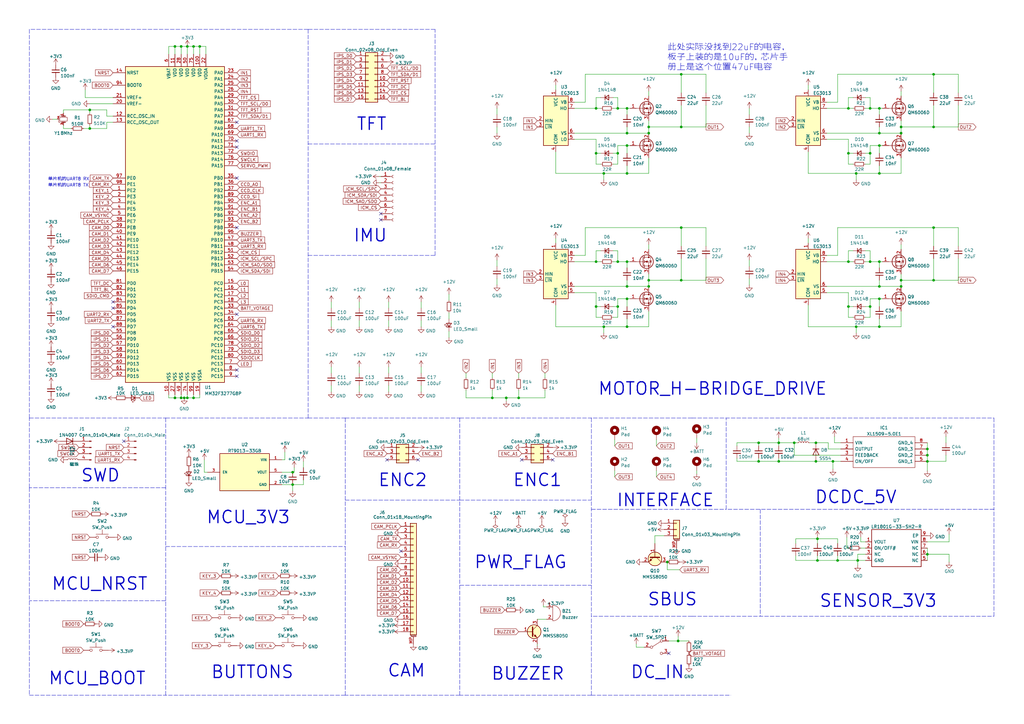
<source format=kicad_sch>
(kicad_sch (version 20211123) (generator eeschema)
  (paper "A3")
  (title_block (title "MM32F3277G8P_Main") (date "2022-06-04") (rev "V1.2") (company "zenchrer"))
  (lib_symbols
    (symbol "Connector:Conn_01x04_Male" (pin_names (offset 1.016) hide)
      (property "Reference" "J" (at 0 5.08 0))
      (property "Value" "Conn_01x04_Male" (at 0 -7.62 0))
      (symbol "Conn_01x04_Male_1_1"
        (pin passive line (at 5.08 2.54 180) (length 3.81) (name "Pin_1") (number "1"))
        (pin passive line (at 5.08 0 180) (length 3.81) (name "Pin_2") (number "2"))
        (pin passive line (at 5.08 -2.54 180) (length 3.81) (name "Pin_3") (number "3"))
        (pin passive line (at 5.08 -5.08 180) (length 3.81) (name "Pin_4") (number "4"))
      )
    )
    (symbol "Connector:Conn_01x08_Female" (pin_names (offset 1.016) hide)
      (property "Reference" "J" (at 0 10.16 0))
      (property "Value" "Conn_01x08_Female" (at 0 -12.7 0))
      (symbol "Conn_01x08_Female_1_1"
        (pin passive line (at -5.08 7.62 0) (length 3.81) (name "Pin_1") (number "1"))
        (pin passive line (at -5.08 5.08 0) (length 3.81) (name "Pin_2") (number "2"))
        (pin passive line (at -5.08 2.54 0) (length 3.81) (name "Pin_3") (number "3"))
        (pin passive line (at -5.08 0 0) (length 3.81) (name "Pin_4") (number "4"))
        (pin passive line (at -5.08 -2.54 0) (length 3.81) (name "Pin_5") (number "5"))
        (pin passive line (at -5.08 -5.08 0) (length 3.81) (name "Pin_6") (number "6"))
        (pin passive line (at -5.08 -7.62 0) (length 3.81) (name "Pin_7") (number "7"))
        (pin passive line (at -5.08 -10.16 0) (length 3.81) (name "Pin_8") (number "8"))
      )
    )
    (symbol "Connector_Generic:Conn_02x03_Odd_Even" (pin_names (offset 1.016) hide)
      (property "Reference" "J" (at 1.27 5.08 0))
      (property "Value" "Conn_02x03_Odd_Even" (at 1.27 -5.08 0))
      (symbol "Conn_02x03_Odd_Even_1_1"
        (pin passive line (at -5.08 2.54 0) (length 3.81) (name "Pin_1") (number "1"))
        (pin passive line (at 7.62 2.54 180) (length 3.81) (name "Pin_2") (number "2"))
        (pin passive line (at -5.08 0 0) (length 3.81) (name "Pin_3") (number "3"))
        (pin passive line (at 7.62 0 180) (length 3.81) (name "Pin_4") (number "4"))
        (pin passive line (at -5.08 -2.54 0) (length 3.81) (name "Pin_5") (number "5"))
        (pin passive line (at 7.62 -2.54 180) (length 3.81) (name "Pin_6") (number "6"))
      )
    )
    (symbol "Connector_Generic:Conn_02x08_Odd_Even" (pin_names (offset 1.016) hide)
      (property "Reference" "J" (at 1.27 10.16 0))
      (property "Value" "Conn_02x08_Odd_Even" (at 1.27 -12.7 0))
      (symbol "Conn_02x08_Odd_Even_1_1"
        (pin passive line (at -5.08 7.62 0) (length 3.81) (name "Pin_1") (number "1"))
        (pin passive line (at 7.62 -2.54 180) (length 3.81) (name "Pin_10") (number "10"))
        (pin passive line (at -5.08 -5.08 0) (length 3.81) (name "Pin_11") (number "11"))
        (pin passive line (at 7.62 -5.08 180) (length 3.81) (name "Pin_12") (number "12"))
        (pin passive line (at -5.08 -7.62 0) (length 3.81) (name "Pin_13") (number "13"))
        (pin passive line (at 7.62 -7.62 180) (length 3.81) (name "Pin_14") (number "14"))
        (pin passive line (at -5.08 -10.16 0) (length 3.81) (name "Pin_15") (number "15"))
        (pin passive line (at 7.62 -10.16 180) (length 3.81) (name "Pin_16") (number "16"))
        (pin passive line (at 7.62 7.62 180) (length 3.81) (name "Pin_2") (number "2"))
        (pin passive line (at -5.08 5.08 0) (length 3.81) (name "Pin_3") (number "3"))
        (pin passive line (at 7.62 5.08 180) (length 3.81) (name "Pin_4") (number "4"))
        (pin passive line (at -5.08 2.54 0) (length 3.81) (name "Pin_5") (number "5"))
        (pin passive line (at 7.62 2.54 180) (length 3.81) (name "Pin_6") (number "6"))
        (pin passive line (at -5.08 0 0) (length 3.81) (name "Pin_7") (number "7"))
        (pin passive line (at 7.62 0 180) (length 3.81) (name "Pin_8") (number "8"))
        (pin passive line (at -5.08 -2.54 0) (length 3.81) (name "Pin_9") (number "9"))
      )
    )
    (symbol "Connector_Generic_MountingPin:Conn_01x03_MountingPin" (pin_names (offset 1.016) hide)
      (property "Reference" "J" (at 0 5.08 0))
      (property "Value" "Conn_01x03_MountingPin" (at 1.27 -5.08 0))
      (symbol "Conn_01x03_MountingPin_1_1"
        (text "Mounting" (at 0 -4.191 0) (effects (font (size 0.381 0.381))))
        (pin passive line (at -5.08 2.54 0) (length 3.81) (name "Pin_1") (number "1"))
        (pin passive line (at -5.08 0 0) (length 3.81) (name "Pin_2") (number "2"))
        (pin passive line (at -5.08 -2.54 0) (length 3.81) (name "Pin_3") (number "3"))
        (pin passive line (at 0 -7.62 90) (length 3.048) (name "MountPin") (number "MP"))
      )
    )
    (symbol "Connector_Generic_MountingPin:Conn_01x18_MountingPin" (pin_names (offset 1.016) hide)
      (property "Reference" "J" (at 0 22.86 0))
      (property "Value" "Conn_01x18_MountingPin" (at 1.27 -25.4 0))
      (symbol "Conn_01x18_MountingPin_1_1"
        (text "Mounting" (at 0 -24.511 0) (effects (font (size 0.381 0.381))))
        (pin passive line (at -5.08 20.32 0) (length 3.81) (name "Pin_1") (number "1"))
        (pin passive line (at -5.08 -2.54 0) (length 3.81) (name "Pin_10") (number "10"))
        (pin passive line (at -5.08 -5.08 0) (length 3.81) (name "Pin_11") (number "11"))
        (pin passive line (at -5.08 -7.62 0) (length 3.81) (name "Pin_12") (number "12"))
        (pin passive line (at -5.08 -10.16 0) (length 3.81) (name "Pin_13") (number "13"))
        (pin passive line (at -5.08 -12.7 0) (length 3.81) (name "Pin_14") (number "14"))
        (pin passive line (at -5.08 -15.24 0) (length 3.81) (name "Pin_15") (number "15"))
        (pin passive line (at -5.08 -17.78 0) (length 3.81) (name "Pin_16") (number "16"))
        (pin passive line (at -5.08 -20.32 0) (length 3.81) (name "Pin_17") (number "17"))
        (pin passive line (at -5.08 -22.86 0) (length 3.81) (name "Pin_18") (number "18"))
        (pin passive line (at -5.08 17.78 0) (length 3.81) (name "Pin_2") (number "2"))
        (pin passive line (at -5.08 15.24 0) (length 3.81) (name "Pin_3") (number "3"))
        (pin passive line (at -5.08 12.7 0) (length 3.81) (name "Pin_4") (number "4"))
        (pin passive line (at -5.08 10.16 0) (length 3.81) (name "Pin_5") (number "5"))
        (pin passive line (at -5.08 7.62 0) (length 3.81) (name "Pin_6") (number "6"))
        (pin passive line (at -5.08 5.08 0) (length 3.81) (name "Pin_7") (number "7"))
        (pin passive line (at -5.08 2.54 0) (length 3.81) (name "Pin_8") (number "8"))
        (pin passive line (at -5.08 0 0) (length 3.81) (name "Pin_9") (number "9"))
        (pin passive line (at 0 -27.94 90) (length 3.048) (name "MountPin") (number "MP"))
      )
    )
    (symbol "DCDC_Convertor_zenchrer:XL1509-5.0E1" (pin_names (offset 0.762))
      (property "Reference" "IC" (at 31.75 7.62 0))
      (property "Value" "XL1509-5.0E1" (at 31.75 5.08 0))
      (symbol "XL1509-5.0E1_0_0"
        (pin passive line (at 0 0 0) (length 5.08) (name "VIN") (number "1"))
        (pin passive line (at 0 -2.54 0) (length 5.08) (name "OUTPUT") (number "2"))
        (pin passive line (at 0 -5.08 0) (length 5.08) (name "FEEDBACK") (number "3"))
        (pin passive line (at 0 -7.62 0) (length 5.08) (name "ON/OFF") (number "4"))
        (pin passive line (at 35.56 -7.62 180) (length 5.08) (name "GND_1") (number "5"))
        (pin passive line (at 35.56 -5.08 180) (length 5.08) (name "GND_2") (number "6"))
        (pin passive line (at 35.56 -2.54 180) (length 5.08) (name "GND_3") (number "7"))
        (pin passive line (at 35.56 0 180) (length 5.08) (name "GND_4") (number "8"))
      )
    )
    (symbol "Device:Buzzer" (pin_names (offset 0.0254) hide)
      (property "Reference" "BZ" (at 3.81 1.27 0))
      (property "Value" "Buzzer" (at 3.81 -1.27 0))
      (symbol "Buzzer_1_1"
        (pin passive line (at -2.54 2.54 0) (length 2.54) (name "-") (number "1"))
        (pin passive line (at -2.54 -2.54 0) (length 2.54) (name "+") (number "2"))
      )
    )
    (symbol "Device:C_Small" (pin_numbers hide) (pin_names (offset 0.254) hide)
      (property "Reference" "C" (at 0.254 1.778 0))
      (property "Value" "C_Small" (at 0.254 -2.032 0))
      (symbol "C_Small_1_1"
        (pin passive line (at 0 2.54 270) (length 2.032) (name "~") (number "1"))
        (pin passive line (at 0 -2.54 90) (length 2.032) (name "~") (number "2"))
      )
    )
    (symbol "Device:Crystal_GND2_Small" (pin_names (offset 1.016) hide)
      (property "Reference" "Y" (at 0 5.08 0))
      (property "Value" "Crystal_GND2_Small" (at 0 3.175 0))
      (symbol "Crystal_GND2_Small_1_1"
        (pin passive line (at -2.54 0 0) (length 1.27) (name "1") (number "1"))
        (pin passive line (at 0 -2.54 90) (length 0.635) (name "2") (number "2"))
        (pin passive line (at 2.54 0 180) (length 1.27) (name "3") (number "3"))
      )
    )
    (symbol "Device:D_Small" (pin_numbers hide) (pin_names (offset 0.254) hide)
      (property "Reference" "D" (at -1.27 2.032 0))
      (property "Value" "D_Small" (at -3.81 -2.032 0))
      (symbol "D_Small_1_1"
        (pin passive line (at -2.54 0 0) (length 1.778) (name "K") (number "1"))
        (pin passive line (at 2.54 0 180) (length 1.778) (name "A") (number "2"))
      )
    )
    (symbol "Device:LED_Small" (pin_numbers hide) (pin_names (offset 0.254) hide)
      (property "Reference" "D" (at -1.27 3.175 0))
      (property "Value" "LED_Small" (at -4.445 -2.54 0))
      (symbol "LED_Small_1_1"
        (pin passive line (at -2.54 0 0) (length 1.778) (name "K") (number "1"))
        (pin passive line (at 2.54 0 180) (length 1.778) (name "A") (number "2"))
      )
    )
    (symbol "Device:L_Small" (pin_numbers hide) (pin_names (offset 0.254) hide)
      (property "Reference" "L" (at 0.762 1.016 0))
      (property "Value" "L_Small" (at 0.762 -1.016 0))
      (symbol "L_Small_1_1"
        (pin passive line (at 0 2.54 270) (length 0.508) (name "~") (number "1"))
        (pin passive line (at 0 -2.54 90) (length 0.508) (name "~") (number "2"))
      )
    )
    (symbol "Device:R_Small" (pin_numbers hide) (pin_names (offset 0.254) hide)
      (property "Reference" "R" (at 0.762 0.508 0))
      (property "Value" "R_Small" (at 0.762 -1.016 0))
      (symbol "R_Small_1_1"
        (pin passive line (at 0 2.54 270) (length 0.762) (name "~") (number "1"))
        (pin passive line (at 0 -2.54 90) (length 0.762) (name "~") (number "2"))
      )
    )
    (symbol "Diode:1N4007" (pin_numbers hide) (pin_names (offset 1.016) hide)
      (property "Reference" "D" (at 0 2.54 0))
      (property "Value" "1N4007" (at 0 -2.54 0))
      (symbol "1N4007_1_1"
        (pin passive line (at -3.81 0 0) (length 2.54) (name "K") (number "1"))
        (pin passive line (at 3.81 0 180) (length 2.54) (name "A") (number "2"))
      )
    )
    (symbol "Driver_FET:IR2103"
      (property "Reference" "U" (at 1.27 13.335 0))
      (property "Value" "IR2103" (at 1.27 11.43 0))
      (symbol "IR2103_1_1"
        (pin power_in line (at 0 12.7 270) (length 2.54) (name "VCC") (number "1"))
        (pin input line (at -7.62 0 0) (length 2.54) (name "HIN") (number "2"))
        (pin input line (at -7.62 -2.54 0) (length 2.54) (name "~{LIN}") (number "3"))
        (pin power_in line (at 0 -12.7 90) (length 2.54) (name "COM") (number "4"))
        (pin output line (at 7.62 -7.62 180) (length 2.54) (name "LO") (number "5"))
        (pin passive line (at 7.62 -5.08 180) (length 2.54) (name "VS") (number "6"))
        (pin output line (at 7.62 5.08 180) (length 2.54) (name "HO") (number "7"))
        (pin passive line (at 7.62 7.62 180) (length 2.54) (name "VB") (number "8"))
      )
    )
    (symbol "LDO_zenchrer:LR1801G-33-SH2-R" (pin_names (offset 1.016))
      (property "Reference" "U" (at 0 1.27 0))
      (property "Value" "LR1801G-33-SH2-R" (at 0 -1.27 0))
      (symbol "LR1801G-33-SH2-R_1_0"
        (pin power_out line (at -12.7 2.54 0) (length 2.54) (name "VOUT") (number "1"))
        (pin unspecified line (at -12.7 0 0) (length 2.54) (name "ON/OFF#") (number "2"))
        (pin unspecified line (at -12.7 -2.54 0) (length 2.54) (name "NC") (number "3"))
        (pin power_in line (at -12.7 -5.08 0) (length 2.54) (name "GND") (number "4"))
        (pin unspecified line (at 12.7 -5.08 180) (length 2.54) (name "NC") (number "5"))
        (pin unspecified line (at 12.7 -2.54 180) (length 2.54) (name "NC") (number "6"))
        (pin unspecified line (at 12.7 0 180) (length 2.54) (name "NC") (number "7"))
        (pin power_in line (at 12.7 2.54 180) (length 2.54) (name "VIN") (number "8"))
        (pin unspecified line (at 12.7 5.08 180) (length 2.54) (name "EP") (number "9"))
      )
    )
    (symbol "LDO_zenchrer:RT9013-33GB" (pin_names (offset 1.016))
      (property "Reference" "U" (at -10.16 8.89 0))
      (property "Value" "RT9013-33GB" (at -10.16 -8.89 0))
      (symbol "RT9013-33GB_0_0"
        (pin power_in line (at 15.24 5.08 180) (length 5.08) (name "VIN") (number "1"))
        (pin power_in line (at 15.24 -5.08 180) (length 5.08) (name "GND") (number "2"))
        (pin input line (at -15.24 0 0) (length 5.08) (name "EN") (number "3"))
        (pin power_out line (at 15.24 0 180) (length 5.08) (name "VOUT") (number "5"))
      )
    )
    (symbol "Mechanical:MountingHole_Pad" (pin_numbers hide) (pin_names (offset 1.016) hide)
      (property "Reference" "H" (at 0 6.35 0))
      (property "Value" "MountingHole_Pad" (at 0 4.445 0))
      (symbol "MountingHole_Pad_1_1"
        (pin input line (at 0 -2.54 90) (length 2.54) (name "1") (number "1"))
      )
    )
    (symbol "MindMotion_MCU_zenchrer:MM32F3277G8P"
      (property "Reference" "U" (at -20.32 67.31 0))
      (property "Value" "MM32F3277G8P" (at 17.78 67.31 0))
      (symbol "MM32F3277G8P_1_1"
        (pin bidirectional line (at -27.94 15.24 0) (length 5.08) (name "PE2") (number "1"))
        (pin power_in line (at -5.08 -68.58 90) (length 5.08) (name "VSS") (number "10"))
        (pin power_in line (at 7.62 71.12 270) (length 5.08) (name "VDD") (number "100"))
        (pin power_in line (at -2.54 71.12 270) (length 5.08) (name "VDD") (number "11"))
        (pin input line (at -27.94 45.72 0) (length 5.08) (name "RCC_OSC_IN") (number "12"))
        (pin input line (at -27.94 43.18 0) (length 5.08) (name "RCC_OSC_OUT") (number "13"))
        (pin input line (at -27.94 63.5 0) (length 5.08) (name "NRST") (number "14"))
        (pin bidirectional line (at 22.86 -22.86 180) (length 5.08) (name "PC0") (number "15"))
        (pin bidirectional line (at 22.86 -25.4 180) (length 5.08) (name "PC1") (number "16"))
        (pin bidirectional line (at 22.86 -27.94 180) (length 5.08) (name "PC2") (number "17"))
        (pin bidirectional line (at 22.86 -30.48 180) (length 5.08) (name "PC3") (number "18"))
        (pin power_in line (at 7.62 -68.58 90) (length 5.08) (name "VSSA") (number "19"))
        (pin bidirectional line (at -27.94 12.7 0) (length 5.08) (name "PE3") (number "2"))
        (pin power_in line (at -27.94 50.8 0) (length 5.08) (name "VREF-") (number "20"))
        (pin power_in line (at -27.94 53.34 0) (length 5.08) (name "VREF+") (number "21"))
        (pin power_in line (at 10.16 71.12 270) (length 5.08) (name "VDDA") (number "22"))
        (pin bidirectional line (at 22.86 63.5 180) (length 5.08) (name "PA0") (number "23"))
        (pin bidirectional line (at 22.86 60.96 180) (length 5.08) (name "PA1") (number "24"))
        (pin bidirectional line (at 22.86 58.42 180) (length 5.08) (name "PA2") (number "25"))
        (pin bidirectional line (at 22.86 55.88 180) (length 5.08) (name "PA3") (number "26"))
        (pin power_in line (at -2.54 -68.58 90) (length 5.08) (name "VSS") (number "27"))
        (pin power_in line (at 0 71.12 270) (length 5.08) (name "VDD") (number "28"))
        (pin bidirectional line (at 22.86 53.34 180) (length 5.08) (name "PA4") (number "29"))
        (pin bidirectional line (at -27.94 10.16 0) (length 5.08) (name "PE4") (number "3"))
        (pin bidirectional line (at 22.86 50.8 180) (length 5.08) (name "PA5") (number "30"))
        (pin bidirectional line (at 22.86 48.26 180) (length 5.08) (name "PA6") (number "31"))
        (pin bidirectional line (at 22.86 45.72 180) (length 5.08) (name "PA7") (number "32"))
        (pin bidirectional line (at 22.86 -33.02 180) (length 5.08) (name "PC4") (number "33"))
        (pin bidirectional line (at 22.86 -35.56 180) (length 5.08) (name "PC5") (number "34"))
        (pin bidirectional line (at 22.86 20.32 180) (length 5.08) (name "PB0") (number "35"))
        (pin bidirectional line (at 22.86 17.78 180) (length 5.08) (name "PB1") (number "36"))
        (pin bidirectional line (at 22.86 15.24 180) (length 5.08) (name "PB2") (number "37"))
        (pin bidirectional line (at -27.94 2.54 0) (length 5.08) (name "PE7") (number "38"))
        (pin bidirectional line (at -27.94 0 0) (length 5.08) (name "PE8") (number "39"))
        (pin bidirectional line (at -27.94 7.62 0) (length 5.08) (name "PE5") (number "4"))
        (pin bidirectional line (at -27.94 -2.54 0) (length 5.08) (name "PE9") (number "40"))
        (pin bidirectional line (at -27.94 -5.08 0) (length 5.08) (name "PE10") (number "41"))
        (pin bidirectional line (at -27.94 -7.62 0) (length 5.08) (name "PE11") (number "42"))
        (pin bidirectional line (at -27.94 -10.16 0) (length 5.08) (name "PE12") (number "43"))
        (pin bidirectional line (at -27.94 -12.7 0) (length 5.08) (name "PE13") (number "44"))
        (pin bidirectional line (at -27.94 -15.24 0) (length 5.08) (name "PE14") (number "45"))
        (pin bidirectional line (at -27.94 -17.78 0) (length 5.08) (name "PE15") (number "46"))
        (pin bidirectional line (at 22.86 -5.08 180) (length 5.08) (name "PB10") (number "47"))
        (pin bidirectional line (at 22.86 -7.62 180) (length 5.08) (name "PB11") (number "48"))
        (pin power_in line (at 0 -68.58 90) (length 5.08) (name "VSS") (number "49"))
        (pin bidirectional line (at -27.94 5.08 0) (length 5.08) (name "PE6") (number "5"))
        (pin power_in line (at 2.54 71.12 270) (length 5.08) (name "VDD") (number "50"))
        (pin bidirectional line (at 22.86 -10.16 180) (length 5.08) (name "PB12") (number "51"))
        (pin bidirectional line (at 22.86 -12.7 180) (length 5.08) (name "PB13") (number "52"))
        (pin bidirectional line (at 22.86 -15.24 180) (length 5.08) (name "PB14") (number "53"))
        (pin bidirectional line (at 22.86 -17.78 180) (length 5.08) (name "PB15") (number "54"))
        (pin bidirectional line (at -27.94 -43.18 0) (length 5.08) (name "PD8") (number "55"))
        (pin bidirectional line (at -27.94 -45.72 0) (length 5.08) (name "PD9") (number "56"))
        (pin bidirectional line (at -27.94 -48.26 0) (length 5.08) (name "PD10") (number "57"))
        (pin bidirectional line (at -27.94 -50.8 0) (length 5.08) (name "PD11") (number "58"))
        (pin bidirectional line (at -27.94 -53.34 0) (length 5.08) (name "PD12") (number "59"))
        (pin power_in line (at -5.08 71.12 270) (length 5.08) (name "VBAT") (number "6"))
        (pin bidirectional line (at -27.94 -55.88 0) (length 5.08) (name "PD13") (number "60"))
        (pin bidirectional line (at -27.94 -58.42 0) (length 5.08) (name "PD14") (number "61"))
        (pin bidirectional line (at -27.94 -60.96 0) (length 5.08) (name "PD15") (number "62"))
        (pin bidirectional line (at 22.86 -38.1 180) (length 5.08) (name "PC6") (number "63"))
        (pin bidirectional line (at 22.86 -40.64 180) (length 5.08) (name "PC7") (number "64"))
        (pin bidirectional line (at 22.86 -43.18 180) (length 5.08) (name "PC8") (number "65"))
        (pin bidirectional line (at 22.86 -45.72 180) (length 5.08) (name "PC9") (number "66"))
        (pin bidirectional line (at 22.86 43.18 180) (length 5.08) (name "PA8") (number "67"))
        (pin bidirectional line (at 22.86 40.64 180) (length 5.08) (name "PA9") (number "68"))
        (pin bidirectional line (at 22.86 38.1 180) (length 5.08) (name "PA10") (number "69"))
        (pin bidirectional line (at 22.86 -55.88 180) (length 5.08) (name "PC13") (number "7"))
        (pin bidirectional line (at 22.86 35.56 180) (length 5.08) (name "PA11") (number "70"))
        (pin bidirectional line (at 22.86 33.02 180) (length 5.08) (name "PA12") (number "71"))
        (pin bidirectional line (at 22.86 30.48 180) (length 5.08) (name "PA13") (number "72"))
        (pin no_connect line (at -22.86 -60.96 0) (length 5.08) hide (name "NC") (number "73"))
        (pin power_in line (at 2.54 -68.58 90) (length 5.08) (name "VSS") (number "74"))
        (pin power_in line (at 5.08 71.12 270) (length 5.08) (name "VDD") (number "75"))
        (pin bidirectional line (at 22.86 27.94 180) (length 5.08) (name "PA14") (number "76"))
        (pin bidirectional line (at 22.86 25.4 180) (length 5.08) (name "PA15") (number "77"))
        (pin bidirectional line (at 22.86 -48.26 180) (length 5.08) (name "PC10") (number "78"))
        (pin bidirectional line (at 22.86 -50.8 180) (length 5.08) (name "PC11") (number "79"))
        (pin bidirectional line (at 22.86 -58.42 180) (length 5.08) (name "PC14") (number "8"))
        (pin bidirectional line (at 22.86 -53.34 180) (length 5.08) (name "PC12") (number "80"))
        (pin bidirectional line (at -27.94 -22.86 0) (length 5.08) (name "PD0") (number "81"))
        (pin bidirectional line (at -27.94 -25.4 0) (length 5.08) (name "PD1") (number "82"))
        (pin bidirectional line (at -27.94 -27.94 0) (length 5.08) (name "PD2") (number "83"))
        (pin bidirectional line (at -27.94 -30.48 0) (length 5.08) (name "PD3") (number "84"))
        (pin bidirectional line (at -27.94 -33.02 0) (length 5.08) (name "PD4") (number "85"))
        (pin bidirectional line (at -27.94 -35.56 0) (length 5.08) (name "PD5") (number "86"))
        (pin bidirectional line (at -27.94 -38.1 0) (length 5.08) (name "PD6") (number "87"))
        (pin bidirectional line (at -27.94 -40.64 0) (length 5.08) (name "PD7") (number "88"))
        (pin bidirectional line (at 22.86 12.7 180) (length 5.08) (name "PB3") (number "89"))
        (pin bidirectional line (at 22.86 -60.96 180) (length 5.08) (name "PC15") (number "9"))
        (pin bidirectional line (at 22.86 10.16 180) (length 5.08) (name "PB4") (number "90"))
        (pin bidirectional line (at 22.86 7.62 180) (length 5.08) (name "PB5") (number "91"))
        (pin bidirectional line (at 22.86 5.08 180) (length 5.08) (name "PB6") (number "92"))
        (pin bidirectional line (at 22.86 2.54 180) (length 5.08) (name "PB7") (number "93"))
        (pin input line (at -27.94 58.42 0) (length 5.08) (name "BOOT0") (number "94"))
        (pin bidirectional line (at 22.86 0 180) (length 5.08) (name "PB8") (number "95"))
        (pin bidirectional line (at 22.86 -2.54 180) (length 5.08) (name "PB9") (number "96"))
        (pin bidirectional line (at -27.94 20.32 0) (length 5.08) (name "PE0") (number "97"))
        (pin bidirectional line (at -27.94 17.78 0) (length 5.08) (name "PE1") (number "98"))
        (pin power_in line (at 5.08 -68.58 90) (length 5.08) (name "VSS") (number "99"))
      )
    )
    (symbol "Switch:SW_Push" (pin_numbers hide) (pin_names (offset 1.016) hide)
      (property "Reference" "SW" (at 1.27 2.54 0))
      (property "Value" "SW_Push" (at 0 -1.524 0))
      (symbol "SW_Push_0_1"
        (pin passive line (at -5.08 0 0) (length 2.54) (name "1") (number "1"))
        (pin passive line (at 5.08 0 180) (length 2.54) (name "2") (number "2"))
      )
    )
    (symbol "Switch:SW_SPDT" (pin_names (offset 0) hide)
      (property "Reference" "SW" (at 0 4.318 0))
      (property "Value" "SW_SPDT" (at 0 -5.08 0))
      (symbol "SW_SPDT_1_1"
        (pin passive line (at 5.08 2.54 180) (length 2.54) (name "A") (number "1"))
        (pin passive line (at -5.08 0 0) (length 2.54) (name "B") (number "2"))
        (pin passive line (at 5.08 -2.54 180) (length 2.54) (name "C") (number "3"))
      )
    )
    (symbol "Transistor_BJT_AKL:MMSS8050" (pin_names hide)
      (property "Reference" "Q" (at 5.08 1.27 0))
      (property "Value" "MMSS8050" (at 5.08 -1.27 0))
      (symbol "MMSS8050_1_1"
        (pin input line (at -5.08 0 0) (length 5.715) (name "B") (number "1"))
        (pin passive line (at 2.54 -5.08 90) (length 2.54) (name "E") (number "2"))
        (pin passive line (at 2.54 5.08 270) (length 2.54) (name "C") (number "3"))
      )
    )
    (symbol "Transistor_FET:QM6006D" (pin_names hide)
      (property "Reference" "Q" (at 5.08 1.905 0))
      (property "Value" "QM6006D" (at 5.08 0 0))
      (symbol "QM6006D_1_1"
        (pin input line (at -5.08 0 0) (length 2.54) (name "G") (number "1"))
        (pin passive line (at 2.54 5.08 270) (length 2.54) (name "D") (number "2"))
        (pin passive line (at 2.54 -5.08 90) (length 2.54) (name "S") (number "3"))
      )
    )
    (symbol "power:+12V" (power) (pin_names (offset 0))
      (property "Value" "+12V" (at 0 3.556 0))
      (symbol "+12V_1_1"
        (pin power_in line (at 0 0 90) (length 0) hide (name "+12V") (number "1"))
      )
    )
    (symbol "power:+3.3V" (power) (pin_names (offset 0))
      (property "Value" "+3.3V" (at 0 3.556 0))
      (symbol "+3.3V_1_1"
        (pin power_in line (at 0 0 90) (length 0) hide (name "+3V3") (number "1"))
      )
    )
    (symbol "power:+3.3VP" (power) (pin_names (offset 0))
      (property "Value" "+3.3VP" (at 0 2.54 0))
      (symbol "+3.3VP_0_0"
        (pin power_in line (at 0 0 90) (length 0) hide (name "+3.3VP") (number "1"))
      )
    )
    (symbol "power:+5V" (power) (pin_names (offset 0))
      (property "Value" "+5V" (at 0 3.556 0))
      (symbol "+5V_1_1"
        (pin power_in line (at 0 0 90) (length 0) hide (name "+5V") (number "1"))
      )
    )
    (symbol "power:+BATT" (power) (pin_names (offset 0))
      (property "Value" "+BATT" (at 0 3.556 0))
      (symbol "+BATT_1_1"
        (pin power_in line (at 0 0 90) (length 0) hide (name "+BATT") (number "1"))
      )
    )
    (symbol "power:GND" (power) (pin_names (offset 0))
      (property "Value" "GND" (at 0 -3.81 0))
      (symbol "GND_1_1"
        (pin power_in line (at 0 0 270) (length 0) hide (name "GND") (number "1"))
      )
    )
    (symbol "power:PWR_FLAG" (power) (pin_numbers hide) (pin_names (offset 0) hide)
      (property "Value" "PWR_FLAG" (at 0 3.81 0))
      (symbol "PWR_FLAG_0_0"
        (pin power_out line (at 0 0 90) (length 0) (name "pwr") (number "1"))
      )
    )
  )
  (junction (at 253.365 62.865))
  (junction (at 247.65 133.985))
  (junction (at 244.475 107.315))
  (junction (at 369.57 54.61))
  (junction (at 76.835 19.05))
  (junction (at 257.175 122.555))
  (junction (at 247.65 71.12))
  (junction (at 244.475 125.73))
  (junction (at 356.87 125.73))
  (junction (at 325.755 181.61))
  (junction (at 335.28 229.87))
  (junction (at 380.365 227.33))
  (junction (at 319.405 181.61))
  (junction (at 360.68 54.61))
  (junction (at 266.065 114.935))
  (junction (at 257.175 44.45))
  (junction (at 343.535 229.87))
  (junction (at 75.565 163.195))
  (junction (at 266.065 54.61))
  (junction (at 347.98 125.73))
  (junction (at 74.295 19.05))
  (junction (at 356.87 107.315))
  (junction (at 81.915 19.05))
  (junction (at 253.365 44.45))
  (junction (at 334.645 189.23))
  (junction (at 380.365 189.23))
  (junction (at 257.175 59.69))
  (junction (at 311.15 181.61))
  (junction (at 207.645 163.195))
  (junction (at 257.175 117.475))
  (junction (at 360.68 133.985))
  (junction (at 347.98 62.865))
  (junction (at 360.68 59.69))
  (junction (at 279.4 30.48))
  (junction (at 244.475 44.45))
  (junction (at 120.015 193.675))
  (junction (at 278.13 262.89))
  (junction (at 360.68 122.555))
  (junction (at 257.175 71.12))
  (junction (at 253.365 125.73))
  (junction (at 335.28 220.98))
  (junction (at 382.905 93.345))
  (junction (at 71.755 19.05))
  (junction (at 369.57 52.07))
  (junction (at 382.905 30.48))
  (junction (at 356.87 44.45))
  (junction (at 266.065 52.07))
  (junction (at 79.375 19.05))
  (junction (at 369.57 117.475))
  (junction (at 279.4 114.935))
  (junction (at 253.365 107.315))
  (junction (at 341.63 189.23))
  (junction (at 257.175 133.985))
  (junction (at 273.685 230.505))
  (junction (at 201.93 163.195))
  (junction (at 36.83 45.085))
  (junction (at 244.475 62.865))
  (junction (at 360.68 44.45))
  (junction (at 74.295 163.195))
  (junction (at 279.4 52.07))
  (junction (at 347.98 44.45))
  (junction (at 266.065 117.475))
  (junction (at 279.4 93.345))
  (junction (at 319.405 189.23))
  (junction (at 257.175 107.315))
  (junction (at 356.87 62.865))
  (junction (at 347.98 107.315))
  (junction (at 360.68 117.475))
  (junction (at 360.68 71.12))
  (junction (at 380.365 186.69))
  (junction (at 311.15 189.23))
  (junction (at 382.905 52.07))
  (junction (at 257.175 54.61))
  (junction (at 360.68 107.315))
  (junction (at 351.155 71.12))
  (junction (at 76.835 163.195))
  (junction (at 212.725 163.195))
  (junction (at 351.155 133.985))
  (junction (at 380.365 184.15))
  (junction (at 120.015 198.755))
  (junction (at 369.57 114.935))
  (junction (at 79.375 163.195))
  (junction (at 334.645 181.61))
  (junction (at 36.83 52.705))
  (junction (at 382.905 114.935))
  (junction (at 351.79 229.87))
  (junction (at 71.755 163.195))
  (no_connect (at 97.155 128.905))
  (no_connect (at 46.355 123.825))
  (no_connect (at 97.155 151.765))
  (no_connect (at 164.465 226.06))
  (no_connect (at 213.995 188.595))
  (no_connect (at 97.155 50.165))
  (no_connect (at 158.75 188.595))
  (no_connect (at 50.8 180.975))
  (no_connect (at 156.21 90.17))
  (no_connect (at 156.21 87.63))
  (no_connect (at 46.355 133.985))
  (no_connect (at 226.695 188.595))
  (no_connect (at 171.45 188.595))
  (no_connect (at 97.155 154.305))
  (no_connect (at 97.155 73.025))
  (no_connect (at 97.155 93.345))
  (no_connect (at 97.155 60.325))
  (no_connect (at 274.32 267.97))
  (no_connect (at 97.155 57.785))
  (no_connect (at 46.355 126.365))
  (wire (pts (xy 369.57 114.935) (xy 369.57 112.395)))
  (wire (pts (xy 311.15 181.61) (xy 302.26 181.61)))
  (wire (pts (xy 360.68 117.475) (xy 369.57 117.475)))
  (wire (pts (xy 76.835 163.195) (xy 75.565 163.195)))
  (wire (pts (xy 120.015 198.755) (xy 124.46 198.755)))
  (wire (pts (xy 387.985 189.23) (xy 387.985 186.69)))
  (wire (pts (xy 235.585 107.315) (xy 244.475 107.315)))
  (wire (pts (xy 389.255 222.25) (xy 389.255 219.075)))
  (wire (pts (xy 240.03 93.345) (xy 279.4 93.345)))
  (wire (pts (xy 247.65 71.12) (xy 247.65 73.66)))
  (wire (pts (xy 257.175 107.315) (xy 257.175 109.855)))
  (wire (pts (xy 339.725 184.15) (xy 339.725 181.61)))
  (wire (pts (xy 43.815 50.165) (xy 43.815 52.705)))
  (wire (pts (xy 244.475 130.175) (xy 246.38 130.175)))
  (wire (pts (xy 36.83 51.435) (xy 36.83 52.705)))
  (wire (pts (xy 369.57 52.07) (xy 369.57 54.61)))
  (wire (pts (xy 36.83 45.085) (xy 43.815 45.085)))
  (wire (pts (xy 351.79 229.87) (xy 351.79 231.775)))
  (wire (pts (xy 347.345 220.345) (xy 347.345 224.79)))
  (wire (pts (xy 71.755 19.05) (xy 71.755 22.225)))
  (wire (pts (xy 342.265 181.61) (xy 344.805 181.61)))
  (wire (pts (xy 36.83 46.355) (xy 36.83 45.085)))
  (wire (pts (xy 285.75 181.61) (xy 285.75 179.705)))
  (wire (pts (xy 257.175 114.935) (xy 257.175 117.475)))
  (wire (pts (xy 307.34 106.68) (xy 307.34 109.22)))
  (wire (pts (xy 34.925 36.83) (xy 34.925 40.005)))
  (wire (pts (xy 257.175 44.45) (xy 257.175 46.99)))
  (wire (pts (xy 289.56 30.48) (xy 289.56 38.1)))
  (wire (pts (xy 71.755 163.195) (xy 74.295 163.195)))
  (wire (pts (xy 268.605 219.71) (xy 268.605 222.885)))
  (polyline (pts (xy 126.365 12.065) (xy 12.065 12.065)))
  (wire (pts (xy 339.09 54.61) (xy 360.68 54.61)))
  (wire (pts (xy 279.4 93.345) (xy 279.4 100.965)))
  (wire (pts (xy 201.93 163.195) (xy 207.645 163.195)))
  (wire (pts (xy 76.835 161.925) (xy 76.835 163.195)))
  (wire (pts (xy 253.365 125.73) (xy 253.365 130.175)))
  (polyline (pts (xy 188.595 171.45) (xy 188.595 285.115)))
  (polyline (pts (xy 297.815 208.915) (xy 297.815 171.45)))
  (wire (pts (xy 212.725 153.035) (xy 212.725 154.94)))
  (polyline (pts (xy 283.845 252.73) (xy 242.57 252.73)))
  (wire (pts (xy 331.47 62.23) (xy 331.47 71.12)))
  (wire (pts (xy 360.68 59.69) (xy 360.68 62.865)))
  (wire (pts (xy 347.98 44.45) (xy 349.885 44.45)))
  (wire (pts (xy 46.355 47.625) (xy 43.815 47.625)))
  (wire (pts (xy 253.365 102.87) (xy 253.365 107.315)))
  (wire (pts (xy 360.68 107.315) (xy 361.95 107.315)))
  (wire (pts (xy 354.965 107.315) (xy 356.87 107.315)))
  (wire (pts (xy 260.985 264.16) (xy 260.985 265.43)))
  (wire (pts (xy 278.13 262.89) (xy 274.32 262.89)))
  (wire (pts (xy 380.365 189.23) (xy 387.985 189.23)))
  (wire (pts (xy 84.455 19.05) (xy 84.455 22.225)))
  (wire (pts (xy 257.175 122.555) (xy 258.445 122.555)))
  (wire (pts (xy 79.375 19.05) (xy 79.375 22.225)))
  (wire (pts (xy 251.46 107.315) (xy 253.365 107.315)))
  (wire (pts (xy 257.175 52.07) (xy 257.175 54.61)))
  (wire (pts (xy 240.03 41.91) (xy 240.03 30.48)))
  (wire (pts (xy 326.39 229.87) (xy 335.28 229.87)))
  (wire (pts (xy 279.4 114.935) (xy 289.56 114.935)))
  (wire (pts (xy 360.68 44.45) (xy 360.68 46.99)))
  (wire (pts (xy 380.365 186.69) (xy 380.365 189.23)))
  (wire (pts (xy 354.965 130.175) (xy 356.87 130.175)))
  (polyline (pts (xy 311.785 208.915) (xy 311.785 252.73)))
  (wire (pts (xy 356.87 59.69) (xy 360.68 59.69)))
  (wire (pts (xy 331.47 34.925) (xy 331.47 36.83)))
  (wire (pts (xy 257.175 107.315) (xy 253.365 107.315)))
  (polyline (pts (xy 126.365 59.055) (xy 178.435 59.055)))
  (polyline (pts (xy 188.595 205.105) (xy 242.57 205.105)))
  (wire (pts (xy 26.035 52.705) (xy 26.035 51.435)))
  (wire (pts (xy 227.965 62.23) (xy 227.965 71.12)))
  (wire (pts (xy 244.475 57.15) (xy 244.475 62.865)))
  (wire (pts (xy 325.755 186.69) (xy 325.755 181.61)))
  (wire (pts (xy 257.175 67.945) (xy 257.175 71.12)))
  (wire (pts (xy 266.065 114.935) (xy 279.4 114.935)))
  (wire (pts (xy 124.46 198.755) (xy 124.46 196.85)))
  (wire (pts (xy 266.065 114.935) (xy 266.065 117.475)))
  (wire (pts (xy 207.645 164.465) (xy 207.645 163.195)))
  (wire (pts (xy 347.98 107.315) (xy 349.885 107.315)))
  (wire (pts (xy 223.52 163.195) (xy 223.52 160.02)))
  (wire (pts (xy 79.375 161.925) (xy 79.375 163.195)))
  (wire (pts (xy 257.175 122.555) (xy 257.175 125.73)))
  (polyline (pts (xy 12.065 241.935) (xy 12.065 285.115)))
  (wire (pts (xy 360.68 107.315) (xy 360.68 109.855)))
  (wire (pts (xy 247.65 71.12) (xy 257.175 71.12)))
  (polyline (pts (xy 188.595 285.115) (xy 141.605 285.115)))
  (wire (pts (xy 351.155 71.12) (xy 351.155 73.66)))
  (wire (pts (xy 155.575 74.93) (xy 156.21 74.93)))
  (polyline (pts (xy 242.57 285.115) (xy 188.595 285.115)))
  (wire (pts (xy 285.75 194.31) (xy 285.75 193.04)))
  (wire (pts (xy 269.24 182.88) (xy 269.24 180.34)))
  (polyline (pts (xy 141.605 171.45) (xy 188.595 171.45)))
  (wire (pts (xy 302.26 187.96) (xy 302.26 189.23)))
  (wire (pts (xy 266.065 37.465) (xy 266.065 39.37)))
  (wire (pts (xy 369.57 100.33) (xy 369.57 102.235)))
  (wire (pts (xy 331.47 133.985) (xy 351.155 133.985)))
  (wire (pts (xy 74.295 19.05) (xy 74.295 22.225)))
  (wire (pts (xy 360.68 130.81) (xy 360.68 133.985)))
  (wire (pts (xy 331.47 97.79) (xy 331.47 99.695)))
  (wire (pts (xy 147.32 150.495) (xy 147.32 153.035)))
  (wire (pts (xy 339.09 117.475) (xy 360.68 117.475)))
  (wire (pts (xy 289.56 93.345) (xy 289.56 100.965)))
  (wire (pts (xy 354.965 125.73) (xy 356.87 125.73)))
  (polyline (pts (xy 67.945 171.45) (xy 67.945 200.025)))
  (polyline (pts (xy 242.57 208.915) (xy 297.815 208.915)))
  (wire (pts (xy 34.29 52.705) (xy 36.83 52.705)))
  (wire (pts (xy 319.405 181.61) (xy 325.755 181.61)))
  (wire (pts (xy 311.15 187.96) (xy 311.15 189.23)))
  (polyline (pts (xy 407.67 252.73) (xy 407.67 208.915)))
  (wire (pts (xy 279.4 30.48) (xy 279.4 38.1)))
  (wire (pts (xy 382.905 43.18) (xy 382.905 52.07)))
  (wire (pts (xy 351.155 71.12) (xy 360.68 71.12)))
  (wire (pts (xy 351.155 133.985) (xy 351.155 136.525)))
  (wire (pts (xy 326.39 220.98) (xy 335.28 220.98)))
  (wire (pts (xy 349.885 40.005) (xy 347.98 40.005)))
  (wire (pts (xy 347.98 62.865) (xy 349.885 62.865)))
  (polyline (pts (xy 67.945 171.45) (xy 126.365 171.45)))
  (wire (pts (xy 251.46 125.73) (xy 253.365 125.73)))
  (wire (pts (xy 253.365 59.69) (xy 253.365 62.865)))
  (wire (pts (xy 235.585 117.475) (xy 257.175 117.475)))
  (wire (pts (xy 360.68 52.07) (xy 360.68 54.61)))
  (wire (pts (xy 191.135 153.035) (xy 191.135 154.94)))
  (wire (pts (xy 71.755 161.925) (xy 71.755 163.195)))
  (wire (pts (xy 387.985 181.61) (xy 387.985 179.07)))
  (wire (pts (xy 69.215 163.195) (xy 71.755 163.195)))
  (wire (pts (xy 369.57 52.07) (xy 369.57 49.53)))
  (wire (pts (xy 369.57 37.465) (xy 369.57 39.37)))
  (wire (pts (xy 382.905 30.48) (xy 393.065 30.48)))
  (wire (pts (xy 360.68 71.12) (xy 369.57 71.12)))
  (wire (pts (xy 244.475 125.73) (xy 246.38 125.73)))
  (wire (pts (xy 389.255 227.33) (xy 389.255 230.505)))
  (wire (pts (xy 203.835 114.3) (xy 203.835 116.84)))
  (wire (pts (xy 343.535 229.87) (xy 351.79 229.87)))
  (wire (pts (xy 74.295 163.195) (xy 75.565 163.195)))
  (polyline (pts (xy 12.065 12.065) (xy 12.065 171.45)))
  (polyline (pts (xy 283.845 171.45) (xy 407.67 171.45)))
  (wire (pts (xy 246.38 40.005) (xy 244.475 40.005)))
  (wire (pts (xy 351.79 227.33) (xy 351.79 229.87)))
  (wire (pts (xy 257.175 117.475) (xy 266.065 117.475)))
  (wire (pts (xy 201.93 153.035) (xy 201.93 154.94)))
  (wire (pts (xy 235.585 41.91) (xy 240.03 41.91)))
  (wire (pts (xy 289.56 52.07) (xy 289.56 43.18)))
  (wire (pts (xy 279.4 106.045) (xy 279.4 114.935)))
  (wire (pts (xy 203.835 106.68) (xy 203.835 109.22)))
  (wire (pts (xy 344.805 189.23) (xy 341.63 189.23)))
  (wire (pts (xy 220.345 254) (xy 224.155 254)))
  (wire (pts (xy 331.47 125.095) (xy 331.47 133.985)))
  (wire (pts (xy 244.475 67.31) (xy 246.38 67.31)))
  (polyline (pts (xy 126.365 171.45) (xy 126.365 12.065)))
  (wire (pts (xy 191.135 163.195) (xy 201.93 163.195)))
  (wire (pts (xy 347.98 130.175) (xy 349.885 130.175)))
  (polyline (pts (xy 242.57 285.115) (xy 299.72 285.115)))
  (wire (pts (xy 307.34 114.3) (xy 307.34 116.84)))
  (wire (pts (xy 369.57 71.12) (xy 369.57 64.77)))
  (wire (pts (xy 120.65 193.675) (xy 120.65 191.77)))
  (wire (pts (xy 382.905 93.345) (xy 382.905 100.965)))
  (wire (pts (xy 79.375 163.195) (xy 76.835 163.195)))
  (wire (pts (xy 147.32 158.115) (xy 147.32 160.655)))
  (wire (pts (xy 351.155 133.985) (xy 360.68 133.985)))
  (wire (pts (xy 172.72 150.495) (xy 172.72 153.035)))
  (wire (pts (xy 356.87 102.87) (xy 356.87 107.315)))
  (wire (pts (xy 253.365 59.69) (xy 257.175 59.69)))
  (wire (pts (xy 343.535 104.775) (xy 343.535 93.345)))
  (wire (pts (xy 272.415 219.71) (xy 268.605 219.71)))
  (wire (pts (xy 76.835 19.05) (xy 79.375 19.05)))
  (wire (pts (xy 279.4 43.18) (xy 279.4 52.07)))
  (wire (pts (xy 251.46 40.005) (xy 253.365 40.005)))
  (wire (pts (xy 244.475 40.005) (xy 244.475 44.45)))
  (wire (pts (xy 302.26 181.61) (xy 302.26 182.88)))
  (polyline (pts (xy 12.065 200.025) (xy 12.065 241.935)))
  (wire (pts (xy 36.83 42.545) (xy 46.355 42.545)))
  (wire (pts (xy 207.645 163.195) (xy 212.725 163.195)))
  (wire (pts (xy 339.09 104.775) (xy 343.535 104.775)))
  (wire (pts (xy 244.475 107.315) (xy 246.38 107.315)))
  (wire (pts (xy 360.68 67.945) (xy 360.68 71.12)))
  (wire (pts (xy 393.065 30.48) (xy 393.065 38.1)))
  (wire (pts (xy 353.06 220.345) (xy 353.06 222.25)))
  (wire (pts (xy 191.135 160.02) (xy 191.135 163.195)))
  (wire (pts (xy 354.965 227.33) (xy 351.79 227.33)))
  (wire (pts (xy 343.535 220.98) (xy 335.28 220.98)))
  (wire (pts (xy 319.405 181.61) (xy 319.405 182.88)))
  (wire (pts (xy 360.68 122.555) (xy 361.95 122.555)))
  (wire (pts (xy 135.89 150.495) (xy 135.89 153.035)))
  (wire (pts (xy 356.87 122.555) (xy 356.87 125.73)))
  (wire (pts (xy 147.32 123.825) (xy 147.32 126.365)))
  (wire (pts (xy 278.765 233.68) (xy 273.685 233.68)))
  (wire (pts (xy 380.365 224.79) (xy 380.365 227.33)))
  (wire (pts (xy 382.905 93.345) (xy 393.065 93.345)))
  (polyline (pts (xy 178.435 104.775) (xy 178.435 12.065)))
  (wire (pts (xy 393.065 52.07) (xy 393.065 43.18)))
  (polyline (pts (xy 126.365 171.45) (xy 141.605 171.45)))
  (wire (pts (xy 81.915 161.925) (xy 81.915 163.195)))
  (wire (pts (xy 356.87 122.555) (xy 360.68 122.555)))
  (wire (pts (xy 227.965 133.985) (xy 247.65 133.985)))
  (wire (pts (xy 354.965 102.87) (xy 356.87 102.87)))
  (wire (pts (xy 240.03 104.775) (xy 240.03 93.345)))
  (wire (pts (xy 380.365 184.15) (xy 380.365 186.69)))
  (wire (pts (xy 356.87 62.865) (xy 356.87 67.31)))
  (wire (pts (xy 257.175 107.315) (xy 258.445 107.315)))
  (wire (pts (xy 227.965 71.12) (xy 247.65 71.12)))
  (wire (pts (xy 244.475 62.865) (xy 246.38 62.865)))
  (wire (pts (xy 360.68 59.69) (xy 361.95 59.69)))
  (wire (pts (xy 311.15 181.61) (xy 311.15 182.88)))
  (wire (pts (xy 279.4 52.07) (xy 289.56 52.07)))
  (wire (pts (xy 343.535 93.345) (xy 382.905 93.345)))
  (wire (pts (xy 360.68 114.935) (xy 360.68 117.475)))
  (wire (pts (xy 380.365 222.25) (xy 389.255 222.25)))
  (wire (pts (xy 235.585 120.015) (xy 244.475 120.015)))
  (wire (pts (xy 227.965 34.925) (xy 227.965 36.83)))
  (wire (pts (xy 69.215 22.225) (xy 69.215 19.05)))
  (wire (pts (xy 380.365 227.33) (xy 380.365 229.87)))
  (wire (pts (xy 184.15 135.89) (xy 184.15 138.43)))
  (wire (pts (xy 222.885 248.285) (xy 222.885 248.92)))
  (wire (pts (xy 159.385 158.115) (xy 159.385 160.655)))
  (wire (pts (xy 74.295 19.05) (xy 76.835 19.05)))
  (wire (pts (xy 83.82 193.675) (xy 85.09 193.675)))
  (wire (pts (xy 331.47 71.12) (xy 351.155 71.12)))
  (wire (pts (xy 26.035 45.085) (xy 36.83 45.085)))
  (wire (pts (xy 335.28 229.87) (xy 343.535 229.87)))
  (wire (pts (xy 269.24 195.58) (xy 269.24 193.04)))
  (wire (pts (xy 360.68 122.555) (xy 360.68 125.73)))
  (wire (pts (xy 244.475 44.45) (xy 246.38 44.45)))
  (wire (pts (xy 244.475 62.865) (xy 244.475 67.31)))
  (wire (pts (xy 257.175 44.45) (xy 253.365 44.45)))
  (wire (pts (xy 159.385 123.825) (xy 159.385 126.365)))
  (wire (pts (xy 347.98 57.15) (xy 347.98 62.865)))
  (wire (pts (xy 222.885 248.92) (xy 224.155 248.92)))
  (wire (pts (xy 347.345 224.79) (xy 347.98 224.79)))
  (wire (pts (xy 235.585 44.45) (xy 244.475 44.45)))
  (wire (pts (xy 260.985 265.43) (xy 264.16 265.43)))
  (wire (pts (xy 244.475 102.87) (xy 244.475 107.315)))
  (wire (pts (xy 184.15 120.65) (xy 184.15 123.19)))
  (wire (pts (xy 311.15 189.23) (xy 319.405 189.23)))
  (wire (pts (xy 79.375 19.05) (xy 81.915 19.05)))
  (wire (pts (xy 354.965 40.005) (xy 356.87 40.005)))
  (wire (pts (xy 326.39 227.965) (xy 326.39 229.87)))
  (wire (pts (xy 356.87 125.73) (xy 356.87 130.175)))
  (polyline (pts (xy 12.065 200.025) (xy 12.065 171.45)))
  (wire (pts (xy 341.63 189.23) (xy 341.63 192.405)))
  (wire (pts (xy 184.15 128.27) (xy 184.15 130.81)))
  (wire (pts (xy 172.72 131.445) (xy 172.72 133.985)))
  (wire (pts (xy 344.805 186.69) (xy 325.755 186.69)))
  (wire (pts (xy 257.175 130.81) (xy 257.175 133.985)))
  (wire (pts (xy 244.475 125.73) (xy 244.475 130.175)))
  (wire (pts (xy 251.46 102.87) (xy 253.365 102.87)))
  (wire (pts (xy 74.295 161.925) (xy 74.295 163.195)))
  (wire (pts (xy 343.535 41.91) (xy 343.535 30.48)))
  (polyline (pts (xy 126.365 104.775) (xy 178.435 104.775)))
  (wire (pts (xy 360.68 44.45) (xy 361.95 44.45)))
  (polyline (pts (xy 141.605 285.115) (xy 67.945 285.115)))
  (wire (pts (xy 360.68 107.315) (xy 356.87 107.315)))
  (wire (pts (xy 34.925 40.005) (xy 46.355 40.005)))
  (wire (pts (xy 273.685 233.68) (xy 273.685 230.505)))
  (wire (pts (xy 120.65 193.675) (xy 120.015 193.675)))
  (wire (pts (xy 339.09 120.015) (xy 347.98 120.015)))
  (polyline (pts (xy 67.945 200.025) (xy 12.065 200.025)))
  (wire (pts (xy 354.965 62.865) (xy 356.87 62.865)))
  (wire (pts (xy 257.175 54.61) (xy 266.065 54.61)))
  (wire (pts (xy 124.46 189.23) (xy 124.46 191.77)))
  (wire (pts (xy 81.915 19.05) (xy 81.915 22.225)))
  (wire (pts (xy 223.52 153.035) (xy 223.52 154.94)))
  (wire (pts (xy 257.175 133.985) (xy 266.065 133.985)))
  (wire (pts (xy 159.385 131.445) (xy 159.385 133.985)))
  (polyline (pts (xy 141.605 205.105) (xy 188.595 205.105)))
  (wire (pts (xy 380.365 189.23) (xy 380.365 193.04)))
  (polyline (pts (xy 407.67 171.45) (xy 407.67 208.915)))
  (polyline (pts (xy 283.845 252.73) (xy 407.67 252.73)))
  (wire (pts (xy 251.46 67.31) (xy 253.365 67.31)))
  (wire (pts (xy 339.09 57.15) (xy 347.98 57.15)))
  (polyline (pts (xy 67.945 285.115) (xy 67.945 241.935)))
  (wire (pts (xy 347.98 102.87) (xy 347.98 107.315)))
  (wire (pts (xy 266.065 52.07) (xy 279.4 52.07)))
  (wire (pts (xy 266.065 133.985) (xy 266.065 127.635)))
  (wire (pts (xy 360.68 44.45) (xy 356.87 44.45)))
  (wire (pts (xy 26.035 46.355) (xy 26.035 45.085)))
  (wire (pts (xy 253.365 122.555) (xy 257.175 122.555)))
  (wire (pts (xy 203.835 44.45) (xy 203.835 46.99)))
  (wire (pts (xy 356.87 59.69) (xy 356.87 62.865)))
  (wire (pts (xy 369.57 114.935) (xy 382.905 114.935)))
  (wire (pts (xy 251.46 44.45) (xy 253.365 44.45)))
  (wire (pts (xy 307.34 44.45) (xy 307.34 46.99)))
  (polyline (pts (xy 67.945 241.935) (xy 67.945 200.025)))
  (wire (pts (xy 334.645 189.23) (xy 341.63 189.23)))
  (polyline (pts (xy 188.595 240.03) (xy 242.57 240.03)))
  (wire (pts (xy 369.57 52.07) (xy 382.905 52.07)))
  (wire (pts (xy 266.065 71.12) (xy 266.065 64.77)))
  (wire (pts (xy 120.015 201.295) (xy 120.015 198.755)))
  (wire (pts (xy 43.815 47.625) (xy 43.815 45.085)))
  (wire (pts (xy 319.405 189.23) (xy 334.645 189.23)))
  (wire (pts (xy 116.84 185.42) (xy 116.84 188.595)))
  (wire (pts (xy 353.06 224.79) (xy 354.965 224.79)))
  (wire (pts (xy 266.065 100.33) (xy 266.065 102.235)))
  (wire (pts (xy 71.755 19.05) (xy 74.295 19.05)))
  (wire (pts (xy 227.965 97.79) (xy 227.965 99.695)))
  (wire (pts (xy 334.645 181.61) (xy 339.725 181.61)))
  (wire (pts (xy 69.215 19.05) (xy 71.755 19.05)))
  (wire (pts (xy 354.965 229.87) (xy 351.79 229.87)))
  (wire (pts (xy 335.28 227.965) (xy 335.28 229.87)))
  (wire (pts (xy 278.13 260.985) (xy 278.13 262.89)))
  (wire (pts (xy 325.755 181.61) (xy 327.025 181.61)))
  (polyline (pts (xy 188.595 171.45) (xy 242.57 171.45)))
  (wire (pts (xy 347.98 125.73) (xy 349.885 125.73)))
  (wire (pts (xy 349.885 102.87) (xy 347.98 102.87)))
  (wire (pts (xy 135.89 158.115) (xy 135.89 160.655)))
  (wire (pts (xy 69.215 161.925) (xy 69.215 163.195)))
  (wire (pts (xy 354.965 67.31) (xy 356.87 67.31)))
  (wire (pts (xy 347.98 67.31) (xy 349.885 67.31)))
  (wire (pts (xy 252.095 182.88) (xy 252.095 180.34)))
  (wire (pts (xy 353.06 222.25) (xy 354.965 222.25)))
  (wire (pts (xy 120.015 198.755) (xy 115.57 198.755)))
  (wire (pts (xy 172.72 123.825) (xy 172.72 126.365)))
  (wire (pts (xy 76.835 19.05) (xy 76.835 22.225)))
  (wire (pts (xy 354.965 44.45) (xy 356.87 44.45)))
  (wire (pts (xy 251.46 130.175) (xy 253.365 130.175)))
  (wire (pts (xy 326.39 222.885) (xy 326.39 220.98)))
  (wire (pts (xy 115.57 193.675) (xy 120.015 193.675)))
  (wire (pts (xy 253.365 122.555) (xy 253.365 125.73)))
  (polyline (pts (xy 407.67 208.915) (xy 297.815 208.915)))
  (polyline (pts (xy 12.065 285.115) (xy 67.945 285.115)))
  (wire (pts (xy 335.28 220.345) (xy 335.28 220.98)))
  (wire (pts (xy 380.365 181.61) (xy 380.365 184.15)))
  (wire (pts (xy 307.34 52.07) (xy 307.34 54.61)))
  (wire (pts (xy 282.575 262.89) (xy 278.13 262.89)))
  (wire (pts (xy 319.405 189.23) (xy 319.405 187.96)))
  (wire (pts (xy 347.98 125.73) (xy 347.98 130.175)))
  (wire (pts (xy 253.365 62.865) (xy 253.365 67.31)))
  (wire (pts (xy 135.89 123.825) (xy 135.89 126.365)))
  (wire (pts (xy 83.82 188.595) (xy 83.82 193.675)))
  (wire (pts (xy 220.345 264.795) (xy 220.345 264.16)))
  (wire (pts (xy 339.725 184.15) (xy 344.805 184.15)))
  (wire (pts (xy 380.365 227.33) (xy 389.255 227.33)))
  (polyline (pts (xy 141.605 171.45) (xy 141.605 285.115)))
  (wire (pts (xy 279.4 93.345) (xy 289.56 93.345)))
  (wire (pts (xy 81.915 19.05) (xy 84.455 19.05)))
  (wire (pts (xy 339.09 107.315) (xy 347.98 107.315)))
  (wire (pts (xy 235.585 57.15) (xy 244.475 57.15)))
  (wire (pts (xy 235.585 104.775) (xy 240.03 104.775)))
  (wire (pts (xy 347.98 62.865) (xy 347.98 67.31)))
  (wire (pts (xy 135.89 131.445) (xy 135.89 133.985)))
  (polyline (pts (xy 67.945 246.38) (xy 12.065 246.38)))
  (wire (pts (xy 172.72 158.115) (xy 172.72 160.655)))
  (wire (pts (xy 339.09 41.91) (xy 343.535 41.91)))
  (polyline (pts (xy 12.065 171.45) (xy 67.945 171.45)))
  (wire (pts (xy 203.835 52.07) (xy 203.835 54.61)))
  (wire (pts (xy 382.905 106.045) (xy 382.905 114.935)))
  (wire (pts (xy 332.105 181.61) (xy 334.645 181.61)))
  (polyline (pts (xy 67.945 224.155) (xy 141.605 224.155)))
  (wire (pts (xy 335.28 220.98) (xy 335.28 222.885)))
  (wire (pts (xy 252.095 195.58) (xy 252.095 193.04)))
  (wire (pts (xy 116.84 188.595) (xy 115.57 188.595)))
  (wire (pts (xy 393.065 114.935) (xy 393.065 106.045)))
  (wire (pts (xy 159.385 150.495) (xy 159.385 153.035)))
  (wire (pts (xy 266.065 52.07) (xy 266.065 54.61)))
  (wire (pts (xy 369.57 133.985) (xy 369.57 127.635)))
  (wire (pts (xy 257.175 59.69) (xy 258.445 59.69)))
  (wire (pts (xy 369.57 114.935) (xy 369.57 117.475)))
  (wire (pts (xy 247.65 133.985) (xy 247.65 136.525)))
  (wire (pts (xy 21.59 48.895) (xy 23.495 48.895)))
  (wire (pts (xy 257.175 44.45) (xy 258.445 44.45)))
  (wire (pts (xy 382.905 30.48) (xy 382.905 38.1)))
  (wire (pts (xy 279.4 30.48) (xy 289.56 30.48)))
  (wire (pts (xy 382.905 114.935) (xy 393.065 114.935)))
  (wire (pts (xy 240.03 30.48) (xy 279.4 30.48)))
  (polyline (pts (xy 283.845 171.45) (xy 242.57 171.45)))
  (wire (pts (xy 302.26 189.23) (xy 311.15 189.23)))
  (wire (pts (xy 201.93 163.195) (xy 201.93 160.02)))
  (wire (pts (xy 81.915 163.195) (xy 79.375 163.195)))
  (wire (pts (xy 360.68 133.985) (xy 369.57 133.985)))
  (wire (pts (xy 356.87 40.005) (xy 356.87 44.45)))
  (wire (pts (xy 343.535 30.48) (xy 382.905 30.48)))
  (wire (pts (xy 251.46 62.865) (xy 253.365 62.865)))
  (wire (pts (xy 246.38 102.87) (xy 244.475 102.87)))
  (wire (pts (xy 235.585 54.61) (xy 257.175 54.61)))
  (wire (pts (xy 347.98 120.015) (xy 347.98 125.73)))
  (polyline (pts (xy 178.435 12.065) (xy 126.365 12.065)))
  (wire (pts (xy 266.065 52.07) (xy 266.065 49.53)))
  (wire (pts (xy 319.405 179.705) (xy 319.405 181.61)))
  (wire (pts (xy 244.475 120.015) (xy 244.475 125.73)))
  (wire (pts (xy 212.725 160.02) (xy 212.725 163.195)))
  (wire (pts (xy 29.21 52.705) (xy 26.035 52.705)))
  (wire (pts (xy 253.365 40.005) (xy 253.365 44.45)))
  (wire (pts (xy 36.83 52.705) (xy 43.815 52.705)))
  (wire (pts (xy 347.98 40.005) (xy 347.98 44.45)))
  (wire (pts (xy 382.905 52.07) (xy 393.065 52.07)))
  (wire (pts (xy 393.065 93.345) (xy 393.065 100.965)))
  (wire (pts (xy 247.65 133.985) (xy 257.175 133.985)))
  (wire (pts (xy 227.965 125.095) (xy 227.965 133.985)))
  (wire (pts (xy 343.535 227.965) (xy 343.535 229.87)))
  (wire (pts (xy 360.68 54.61) (xy 369.57 54.61)))
  (wire (pts (xy 155.575 72.39) (xy 156.21 72.39)))
  (polyline (pts (xy 242.57 171.45) (xy 242.57 285.115)))
  (wire (pts (xy 257.175 71.12) (xy 266.065 71.12)))
  (wire (pts (xy 342.265 179.07) (xy 342.265 181.61)))
  (wire (pts (xy 289.56 114.935) (xy 289.56 106.045)))
  (wire (pts (xy 319.405 181.61) (xy 311.15 181.61)))
  (wire (pts (xy 266.065 114.935) (xy 266.065 112.395)))
  (wire (pts (xy 46.355 50.165) (xy 43.815 50.165)))
  (wire (pts (xy 339.09 44.45) (xy 347.98 44.45)))
  (wire (pts (xy 147.32 131.445) (xy 147.32 133.985)))
  (wire (pts (xy 343.535 222.885) (xy 343.535 220.98)))
  (wire (pts (xy 212.725 163.195) (xy 223.52 163.195)))
  (wire (pts (xy 257.175 59.69) (xy 257.175 62.865)))
  (text "SENSOR_3V3" (at 335.915 249.555 0) (effects (font (size 5.08 5.08) (thickness 0.508) bold) (justify left bottom)))
  (text "MCU_3V3" (at 84.455 215.265 0) (effects (font (size 5.08 5.08) (thickness 0.508) bold) (justify left bottom)))
  (text "IMU" (at 144.78 99.695 0) (effects (font (size 5.08 5.08) (thickness 0.508) bold) (justify left bottom)))
  (text "PWR_FLAG" (at 194.31 233.68 0) (effects (font (size 5.08 5.08) (thickness 0.508) bold) (justify left bottom)))
  (text "DC_IN" (at 258.445 278.765 0) (effects (font (size 5.08 5.08) (thickness 0.508) bold) (justify left bottom)))
  (text "SWD\n" (at 33.02 198.12 0) (effects (font (size 5.08 5.08) (thickness 0.508) bold) (justify left bottom)))
  (text "ENC1" (at 210.185 200.025 0) (effects (font (size 5.08 5.08) (thickness 0.508) bold) (justify left bottom)))
  (text "MOTOR_H-BRIDGE_DRIVE" (at 245.11 162.56 0) (effects (font (size 5.08 5.08) (thickness 0.508) bold) (justify left bottom)))
  (text "MCU_NRST" (at 20.955 242.57 0) (effects (font (size 5.08 5.08) (thickness 0.508) bold) (justify left bottom)))
  (text "单片机的UART8 TX" (at 19.685 76.835 0) (effects (font (size 1.27 1.27)) (justify left bottom)))
  (text "SBUS\n" (at 265.43 248.92 0) (effects (font (size 5.08 5.08) (thickness 0.508) bold) (justify left bottom)))
  (text "BUTTONS" (at 86.36 278.765 0) (effects (font (size 5.08 5.08) (thickness 0.508) bold) (justify left bottom)))
  (text "ENC2" (at 154.94 200.025 0) (effects (font (size 5.08 5.08) (thickness 0.508) bold) (justify left bottom)))
  (text "此处实际没找到22uF的电容，\n板子上装的是10uF的，芯片手\n册上是这个位置47uF电容" (at 273.685 29.21 0) (effects (font (size 2.54 2.54)) (justify left bottom)))
  (text "单片机的UART8 RX\n" (at 19.685 74.295 0) (effects (font (size 1.27 1.27)) (justify left bottom)))
  (text "MCU_BOOT" (at 19.685 281.305 0) (effects (font (size 5.08 5.08) (thickness 0.508) bold) (justify left bottom)))
  (text "INTERFACE" (at 252.73 208.28 0) (effects (font (size 5.08 5.08) (thickness 0.508) bold) (justify left bottom)))
  (text "BUZZER" (at 201.295 279.4 0) (effects (font (size 5.08 5.08) (thickness 0.508) bold) (justify left bottom)))
  (text "DCDC_5V" (at 334.01 207.01 0) (effects (font (size 5.08 5.08) (thickness 0.508) bold) (justify left bottom)))
  (text "CAM" (at 158.75 278.13 0) (effects (font (size 5.08 5.08) (thickness 0.508) bold) (justify left bottom)))
  (text "TFT" (at 146.05 53.975 0) (effects (font (size 5.08 5.08) (thickness 0.508) bold) (justify left bottom)))
  (global_label "IPS_D1" (shape input) (at 46.355 139.065 180) (property "Intersheet References" "${INTERSHEET_REFS}" (effects hide)))
  (global_label "CAM_D7" (shape input) (at 46.355 111.125 180) (property "Intersheet References" "${INTERSHEET_REFS}" (effects hide)))
  (global_label "SWCLK" (shape input) (at 32.385 186.055 180) (property "Intersheet References" "${INTERSHEET_REFS}" (effects hide)))
  (global_label "KEY_2" (shape input) (at 113.03 253.365 180) (property "Intersheet References" "${INTERSHEET_REFS}" (effects hide)))
  (global_label "IPS_D3" (shape input) (at 146.05 30.48 180) (property "Intersheet References" "${INTERSHEET_REFS}" (effects hide)))
  (global_label "IN3" (shape input) (at 220.345 114.935 180) (property "Intersheet References" "${INTERSHEET_REFS}" (effects hide)))
  (global_label "KEY_1" (shape input) (at 46.355 78.105 180) (property "Intersheet References" "${INTERSHEET_REFS}" (effects hide)))
  (global_label "UART6_TX" (shape input) (at 97.155 133.985 0) (property "Intersheet References" "${INTERSHEET_REFS}" (effects hide)))
  (global_label "L3" (shape input) (at 97.155 123.825 0) (property "Intersheet References" "${INTERSHEET_REFS}" (effects hide)))
  (global_label "ICM_SDA{slash}SDI" (shape input) (at 97.155 111.125 0) (property "Intersheet References" "${INTERSHEET_REFS}" (effects hide)))
  (global_label "IPS_D6" (shape input) (at 46.355 151.765 180) (property "Intersheet References" "${INTERSHEET_REFS}" (effects hide)))
  (global_label "IN1" (shape input) (at 201.93 153.035 90) (property "Intersheet References" "${INTERSHEET_REFS}" (effects hide)))
  (global_label "OUT4" (shape output) (at 393.065 114.935 0) (property "插入图纸页参考" "${INTERSHEET_REFS}" (effects hide)))
  (global_label "CAM_D1" (shape input) (at 46.355 95.885 180) (property "Intersheet References" "${INTERSHEET_REFS}" (effects hide)))
  (global_label "ICM_CS" (shape input) (at 97.155 103.505 0) (property "Intersheet References" "${INTERSHEET_REFS}" (effects hide)))
  (global_label "CAM_D6" (shape input) (at 164.465 248.92 180) (property "Intersheet References" "${INTERSHEET_REFS}" (effects hide)))
  (global_label "L1" (shape input) (at 97.155 118.745 0) (property "Intersheet References" "${INTERSHEET_REFS}" (effects hide)))
  (global_label "CAM_D5" (shape input) (at 164.465 246.38 180) (property "Intersheet References" "${INTERSHEET_REFS}" (effects hide)))
  (global_label "LED" (shape input) (at 97.155 149.225 0) (property "Intersheet References" "${INTERSHEET_REFS}" (effects hide)))
  (global_label "IPS_D0" (shape input) (at 146.05 22.86 180) (property "Intersheet References" "${INTERSHEET_REFS}" (effects hide)))
  (global_label "BUZZER" (shape input) (at 212.725 259.08 180) (property "Intersheet References" "${INTERSHEET_REFS}" (effects hide)))
  (global_label "CAM_D4" (shape input) (at 164.465 243.84 180) (property "Intersheet References" "${INTERSHEET_REFS}" (effects hide)))
  (global_label "ICM_SCL{slash}SPC" (shape input) (at 97.155 106.045 0) (property "Intersheet References" "${INTERSHEET_REFS}" (effects hide)))
  (global_label "NRST" (shape input) (at 50.8 183.515 180) (property "Intersheet References" "${INTERSHEET_REFS}" (effects hide)))
  (global_label "IPS_D4" (shape input) (at 46.355 146.685 180) (property "Intersheet References" "${INTERSHEET_REFS}" (effects hide)))
  (global_label "SWDIO" (shape input) (at 32.385 183.515 180) (property "Intersheet References" "${INTERSHEET_REFS}" (effects hide)))
  (global_label "CAM_D2" (shape input) (at 46.355 98.425 180) (property "Intersheet References" "${INTERSHEET_REFS}" (effects hide)))
  (global_label "NRST" (shape input) (at 46.355 29.845 180) (property "Intersheet References" "${INTERSHEET_REFS}" (effects hide)))
  (global_label "TFT_CS" (shape input) (at 158.75 38.1 0) (property "Intersheet References" "${INTERSHEET_REFS}" (effects hide)))
  (global_label "IPS_D3" (shape input) (at 46.355 144.145 180) (property "Intersheet References" "${INTERSHEET_REFS}" (effects hide)))
  (global_label "KEY_4" (shape input) (at 46.355 85.725 180) (property "Intersheet References" "${INTERSHEET_REFS}" (effects hide)))
  (global_label "OUT3" (shape output) (at 289.56 114.935 0) (property "插入图纸页参考" "${INTERSHEET_REFS}" (effects hide)))
  (global_label "ENC_B2" (shape input) (at 171.45 186.055 0) (property "Intersheet References" "${INTERSHEET_REFS}" (effects hide)))
  (global_label "IN4" (shape input) (at 223.52 153.035 90) (property "Intersheet References" "${INTERSHEET_REFS}" (effects hide)))
  (global_label "TFT_DC" (shape input) (at 46.355 116.205 180) (property "Intersheet References" "${INTERSHEET_REFS}" (effects hide)))
  (global_label "KEY_3" (shape input) (at 46.355 83.185 180) (property "Intersheet References" "${INTERSHEET_REFS}" (effects hide)))
  (global_label "TFT_RST" (shape input) (at 97.155 45.085 0) (property "Intersheet References" "${INTERSHEET_REFS}" (effects hide)))
  (global_label "ICM_SDA{slash}SDI" (shape input) (at 156.21 80.01 180) (property "Intersheet References" "${INTERSHEET_REFS}" (effects hide)))
  (global_label "ENC_A1" (shape input) (at 97.155 83.185 0) (property "Intersheet References" "${INTERSHEET_REFS}" (effects hide)))
  (global_label "UART3_RX" (shape input) (at 97.155 100.965 0) (property "Intersheet References" "${INTERSHEET_REFS}" (effects hide)))
  (global_label "TFT_DC" (shape input) (at 158.75 35.56 0) (property "Intersheet References" "${INTERSHEET_REFS}" (effects hide)))
  (global_label "IN2" (shape input) (at 191.135 153.035 90) (property "Intersheet References" "${INTERSHEET_REFS}" (effects hide)))
  (global_label "SDIO_D1" (shape input) (at 97.155 139.065 0) (property "Intersheet References" "${INTERSHEET_REFS}" (effects hide)))
  (global_label "ICM_SAO{slash}SDO" (shape input) (at 97.155 108.585 0) (property "Intersheet References" "${INTERSHEET_REFS}" (effects hide)))
  (global_label "SDIO_CMD" (shape input) (at 46.355 121.285 180) (property "Intersheet References" "${INTERSHEET_REFS}" (effects hide)))
  (global_label "CAM_RX" (shape input) (at 164.465 223.52 180) (property "Intersheet References" "${INTERSHEET_REFS}" (effects hide)))
  (global_label "LED" (shape input) (at 57.15 163.195 0) (property "Intersheet References" "${INTERSHEET_REFS}" (effects hide)))
  (global_label "TFT_SDA{slash}D1" (shape input) (at 158.75 30.48 0) (property "Intersheet References" "${INTERSHEET_REFS}" (effects hide)))
  (global_label "UART2_TX" (shape input) (at 46.355 131.445 180) (property "Intersheet References" "${INTERSHEET_REFS}" (effects hide)))
  (global_label "ENC_B1" (shape input) (at 226.695 186.055 0) (property "Intersheet References" "${INTERSHEET_REFS}" (effects hide)))
  (global_label "KEY_1" (shape input) (at 114.3 236.22 180) (property "Intersheet References" "${INTERSHEET_REFS}" (effects hide)))
  (global_label "SWCLK" (shape input) (at 97.155 65.405 0) (property "Intersheet References" "${INTERSHEET_REFS}" (effects hide)))
  (global_label "CAM_TX" (shape input) (at 164.465 220.98 180) (property "Intersheet References" "${INTERSHEET_REFS}" (effects hide)))
  (global_label "SWDIO" (shape input) (at 97.155 62.865 0) (property "Intersheet References" "${INTERSHEET_REFS}" (effects hide)))
  (global_label "UART1_TX" (shape input) (at 50.8 186.055 180) (property "Intersheet References" "${INTERSHEET_REFS}" (effects hide)))
  (global_label "ENC_A1" (shape input) (at 213.995 186.055 180) (property "Intersheet References" "${INTERSHEET_REFS}" (effects hide)))
  (global_label "BUZZER" (shape input) (at 97.155 95.885 0) (property "Intersheet References" "${INTERSHEET_REFS}" (effects hide)))
  (global_label "CAM_D4" (shape input) (at 46.355 103.505 180) (property "Intersheet References" "${INTERSHEET_REFS}" (effects hide)))
  (global_label "BOOT0" (shape input) (at 34.29 255.905 180) (property "Intersheet References" "${INTERSHEET_REFS}" (effects hide)))
  (global_label "KEY_2" (shape input) (at 114.3 243.205 180) (property "Intersheet References" "${INTERSHEET_REFS}" (effects hide)))
  (global_label "NRST" (shape input) (at 36.83 228.6 180) (property "Intersheet References" "${INTERSHEET_REFS}" (effects hide)))
  (global_label "IPS_D1" (shape input) (at 146.05 25.4 180) (property "Intersheet References" "${INTERSHEET_REFS}" (effects hide)))
  (global_label "UART1_RX" (shape input) (at 97.155 55.245 0) (property "Intersheet References" "${INTERSHEET_REFS}" (effects hide)))
  (global_label "IN3" (shape input) (at 220.345 112.395 180) (property "Intersheet References" "${INTERSHEET_REFS}" (effects hide)))
  (global_label "KEY_3" (shape input) (at 90.17 236.22 180) (property "Intersheet References" "${INTERSHEET_REFS}" (effects hide)))
  (global_label "IPS_D7" (shape input) (at 46.355 154.305 180) (property "Intersheet References" "${INTERSHEET_REFS}" (effects hide)))
  (global_label "IPS_D2" (shape input) (at 146.05 27.94 180) (property "Intersheet References" "${INTERSHEET_REFS}" (effects hide)))
  (global_label "CAM_D5" (shape input) (at 46.355 106.045 180) (property "Intersheet References" "${INTERSHEET_REFS}" (effects hide)))
  (global_label "TFT_BL" (shape input) (at 158.75 40.64 0) (property "Intersheet References" "${INTERSHEET_REFS}" (effects hide)))
  (global_label "OUT2" (shape input) (at 269.24 182.88 0) (property "插入图纸页参考" "${INTERSHEET_REFS}" (effects hide)))
  (global_label "ENC_B1" (shape input) (at 97.155 85.725 0) (property "Intersheet References" "${INTERSHEET_REFS}" (effects hide)))
  (global_label "IN2" (shape input) (at 323.85 49.53 180) (property "Intersheet References" "${INTERSHEET_REFS}" (effects hide)))
  (global_label "CAM_TX" (shape input) (at 46.355 73.025 180) (property "Intersheet References" "${INTERSHEET_REFS}" (effects hide)))
  (global_label "TFT_SCL{slash}D0" (shape input) (at 97.155 42.545 0) (property "Intersheet References" "${INTERSHEET_REFS}" (effects hide)))
  (global_label "UART3_RX" (shape input) (at 278.765 233.68 0) (property "Intersheet References" "${INTERSHEET_REFS}" (effects hide)))
  (global_label "TFT_CS" (shape input) (at 97.155 40.005 0) (property "Intersheet References" "${INTERSHEET_REFS}" (effects hide)))
  (global_label "CAM_PCLK" (shape input) (at 46.355 90.805 180) (property "Intersheet References" "${INTERSHEET_REFS}" (effects hide)))
  (global_label "BATT_VOTAGE" (shape input) (at 97.155 126.365 0) (property "Intersheet References" "${INTERSHEET_REFS}" (effects hide)))
  (global_label "CAM_PCLK" (shape input) (at 164.465 215.9 180) (property "Intersheet References" "${INTERSHEET_REFS}" (effects hide)))
  (global_label "BOOT0" (shape input) (at 46.355 34.925 180) (property "Intersheet References" "${INTERSHEET_REFS}" (effects hide)))
  (global_label "IN4" (shape input) (at 323.85 112.395 180) (property "Intersheet References" "${INTERSHEET_REFS}" (effects hide)))
  (global_label "CAM_VSYNC" (shape input) (at 46.355 88.265 180) (property "Intersheet References" "${INTERSHEET_REFS}" (effects hide)))
  (global_label "CAM_D6" (shape input) (at 46.355 108.585 180) (property "Intersheet References" "${INTERSHEET_REFS}" (effects hide)))
  (global_label "SDIOCLK" (shape input) (at 97.155 146.685 0) (property "Intersheet References" "${INTERSHEET_REFS}" (effects hide)))
  (global_label "IPS_D5" (shape input) (at 146.05 35.56 180) (property "Intersheet References" "${INTERSHEET_REFS}" (effects hide)))
  (global_label "IN4" (shape input) (at 323.85 114.935 180) (property "Intersheet References" "${INTERSHEET_REFS}" (effects hide)))
  (global_label "IN3" (shape input) (at 97.155 34.925 0) (property "Intersheet References" "${INTERSHEET_REFS}" (effects hide)))
  (global_label "L2" (shape input) (at 97.155 121.285 0) (property "Intersheet References" "${INTERSHEET_REFS}" (effects hide)))
  (global_label "NRST" (shape input) (at 36.83 210.82 180) (property "Intersheet References" "${INTERSHEET_REFS}" (effects hide)))
  (global_label "IPS_D0" (shape input) (at 46.355 136.525 180) (property "Intersheet References" "${INTERSHEET_REFS}" (effects hide)))
  (global_label "CCD_CLK" (shape input) (at 97.155 78.105 0) (property "Intersheet References" "${INTERSHEET_REFS}" (effects hide)))
  (global_label "IPS_D7" (shape input) (at 146.05 40.64 180) (property "Intersheet References" "${INTERSHEET_REFS}" (effects hide)))
  (global_label "OUT2" (shape output) (at 393.065 52.07 0) (property "插入图纸页参考" "${INTERSHEET_REFS}" (effects hide)))
  (global_label "ENC_A2" (shape input) (at 97.155 88.265 0) (property "Intersheet References" "${INTERSHEET_REFS}" (effects hide)))
  (global_label "IN4" (shape input) (at 97.155 37.465 0) (property "Intersheet References" "${INTERSHEET_REFS}" (effects hide)))
  (global_label "SDIO_D2" (shape input) (at 97.155 141.605 0) (property "Intersheet References" "${INTERSHEET_REFS}" (effects hide)))
  (global_label "OUT3" (shape input) (at 252.095 195.58 0) (property "插入图纸页参考" "${INTERSHEET_REFS}" (effects hide)))
  (global_label "TFT_RST" (shape input) (at 158.75 33.02 0) (property "Intersheet References" "${INTERSHEET_REFS}" (effects hide)))
  (global_label "ENC_B2" (shape input) (at 97.155 90.805 0) (property "Intersheet References" "${INTERSHEET_REFS}" (effects hide)))
  (global_label "ICM_SCL{slash}SPC" (shape input) (at 156.21 77.47 180) (property "Intersheet References" "${INTERSHEET_REFS}" (effects hide)))
  (global_label "L0" (shape input) (at 97.155 116.205 0) (property "Intersheet References" "${INTERSHEET_REFS}" (effects hide)))
  (global_label "UART3_TX" (shape input) (at 97.155 98.425 0) (property "Intersheet References" "${INTERSHEET_REFS}" (effects hide)))
  (global_label "KEY_3" (shape input) (at 86.995 264.795 180) (property "Intersheet References" "${INTERSHEET_REFS}" (effects hide)))
  (global_label "CCD_AO" (shape input) (at 97.155 75.565 0) (property "Intersheet References" "${INTERSHEET_REFS}" (effects hide)))
  (global_label "BUZZER" (shape input) (at 207.01 250.19 180) (property "Intersheet References" "${INTERSHEET_REFS}" (effects hide)))
  (global_label "IPS_D6" (shape input) (at 146.05 38.1 180) (property "Intersheet References" "${INTERSHEET_REFS}" (effects hide)))
  (global_label "IN1" (shape input) (at 220.345 49.53 180) (property "Intersheet References" "${INTERSHEET_REFS}" (effects hide)))
  (global_label "UART6_RX" (shape input) (at 97.155 131.445 0) (property "Intersheet References" "${INTERSHEET_REFS}" (effects hide)))
  (global_label "IN2" (shape input) (at 323.85 52.07 180) (property "Intersheet References" "${INTERSHEET_REFS}" (effects hide)))
  (global_label "IN2" (shape input) (at 97.155 32.385 0) (property "Intersheet References" "${INTERSHEET_REFS}" (effects hide)))
  (global_label "UART1_TX" (shape input) (at 97.155 52.705 0) (property "Intersheet References" "${INTERSHEET_REFS}" (effects hide)))
  (global_label "OUT4" (shape input) (at 269.24 195.58 0) (property "插入图纸页参考" "${INTERSHEET_REFS}" (effects hide)))
  (global_label "ICM_SAO{slash}SDO" (shape input) (at 156.21 82.55 180) (property "Intersheet References" "${INTERSHEET_REFS}" (effects hide)))
  (global_label "UART1_RX" (shape input) (at 50.8 188.595 180) (property "Intersheet References" "${INTERSHEET_REFS}" (effects hide)))
  (global_label "ICM_CS" (shape input) (at 156.21 85.09 180) (property "Intersheet References" "${INTERSHEET_REFS}" (effects hide)))
  (global_label "ENC_A2" (shape input) (at 158.75 186.055 180) (property "Intersheet References" "${INTERSHEET_REFS}" (effects hide)))
  (global_label "IPS_D4" (shape input) (at 146.05 33.02 180) (property "Intersheet References" "${INTERSHEET_REFS}" (effects hide)))
  (global_label "KEY_4" (shape input) (at 113.03 264.795 180) (property "Intersheet References" "${INTERSHEET_REFS}" (effects hide)))
  (global_label "IN1" (shape input) (at 97.155 29.845 0) (property "Intersheet References" "${INTERSHEET_REFS}" (effects hide)))
  (global_label "BATT_VOTAGE" (shape input) (at 282.575 267.97 0) (property "Intersheet References" "${INTERSHEET_REFS}" (effects hide)))
  (global_label "IPS_D5" (shape input) (at 46.355 149.225 180) (property "Intersheet References" "${INTERSHEET_REFS}" (effects hide)))
  (global_label "CAM_D3" (shape input) (at 46.355 100.965 180) (property "Intersheet References" "${INTERSHEET_REFS}" (effects hide)))
  (global_label "CAM_D1" (shape input) (at 164.465 236.22 180) (property "Intersheet References" "${INTERSHEET_REFS}" (effects hide)))
  (global_label "CAM_D3" (shape input) (at 164.465 241.3 180) (property "Intersheet References" "${INTERSHEET_REFS}" (effects hide)))
  (global_label "UART2_RX" (shape input) (at 46.355 128.905 180) (property "Intersheet References" "${INTERSHEET_REFS}" (effects hide)))
  (global_label "TFT_SDA{slash}D1" (shape input) (at 97.155 47.625 0) (property "Intersheet References" "${INTERSHEET_REFS}" (effects hide)))
  (global_label "SDIO_D0" (shape input) (at 97.155 136.525 0) (property "Intersheet References" "${INTERSHEET_REFS}" (effects hide)))
  (global_label "SDIO_D3" (shape input) (at 97.155 144.145 0) (property "Intersheet References" "${INTERSHEET_REFS}" (effects hide)))
  (global_label "CCD_SI" (shape input) (at 97.155 80.645 0) (property "Intersheet References" "${INTERSHEET_REFS}" (effects hide)))
  (global_label "CAM_RX" (shape input) (at 46.355 75.565 180) (property "Intersheet References" "${INTERSHEET_REFS}" (effects hide)))
  (global_label "BOOT0" (shape input) (at 34.29 266.7 180) (property "Intersheet References" "${INTERSHEET_REFS}" (effects hide)))
  (global_label "IPS_D2" (shape input) (at 46.355 141.605 180) (property "Intersheet References" "${INTERSHEET_REFS}" (effects hide)))
  (global_label "KEY_2" (shape input) (at 46.355 80.645 180) (property "Intersheet References" "${INTERSHEET_REFS}" (effects hide)))
  (global_label "SERVO_PWM" (shape input) (at 97.155 67.945 0) (property "Intersheet References" "${INTERSHEET_REFS}" (effects hide)))
  (global_label "TFT_BL" (shape input) (at 46.355 118.745 180) (property "Intersheet References" "${INTERSHEET_REFS}" (effects hide)))
  (global_label "KEY_4" (shape input) (at 90.17 243.205 180) (property "Intersheet References" "${INTERSHEET_REFS}" (effects hide)))
  (global_label "CAM_D0" (shape input) (at 164.465 233.68 180) (property "Intersheet References" "${INTERSHEET_REFS}" (effects hide)))
  (global_label "CAM_D0" (shape input) (at 46.355 93.345 180) (property "Intersheet References" "${INTERSHEET_REFS}" (effects hide)))
  (global_label "CAM_D7" (shape input) (at 164.465 251.46 180) (property "Intersheet References" "${INTERSHEET_REFS}" (effects hide)))
  (global_label "KEY_1" (shape input) (at 86.995 253.365 180) (property "Intersheet References" "${INTERSHEET_REFS}" (effects hide)))
  (global_label "CAM_D2" (shape input) (at 164.465 238.76 180) (property "Intersheet References" "${INTERSHEET_REFS}" (effects hide)))
  (global_label "IN1" (shape input) (at 220.345 52.07 180) (property "Intersheet References" "${INTERSHEET_REFS}" (effects hide)))
  (global_label "OUT1" (shape input) (at 252.095 182.88 0) (property "插入图纸页参考" "${INTERSHEET_REFS}" (effects hide)))
  (global_label "OUT1" (shape output) (at 289.56 52.07 0) (property "插入图纸页参考" "${INTERSHEET_REFS}" (effects hide)))
  (global_label "IN3" (shape input) (at 212.725 153.035 90) (property "Intersheet References" "${INTERSHEET_REFS}" (effects hide)))
  (global_label "CAM_VSYNC" (shape input) (at 164.465 228.6 180) (property "Intersheet References" "${INTERSHEET_REFS}" (effects hide)))
  (global_label "NRST" (shape input) (at 36.83 220.345 180) (property "Intersheet References" "${INTERSHEET_REFS}" (effects hide)))
  (global_label "TFT_SCL{slash}D0" (shape input) (at 158.75 27.94 0) (property "Intersheet References" "${INTERSHEET_REFS}" (effects hide)))
  (symbol (lib_id "power:GND") (at 203.835 54.61 0) (unit 1)
    (property "Reference" "#PWR068" (effects hide))
    (property "Value" "GND" (at 203.835 59.0534 0))
  )
  (symbol (lib_id "Device:R_Small") (at 248.92 107.315 270) (unit 1)
    (property "Reference" "R18" (at 247.65 105.156 90) (effects (justify left)))
    (property "Value" "22R" (at 247.015 109.474 90) (effects (justify left)))
    (property "Footprint" "Resistor_SMD:R_0402_1005Metric" (effects hide))
  )
  (symbol (lib_id "Device:C_Small") (at 159.385 128.905 0) (unit 1)
    (property "Reference" "C14" (at 161.7091 128.0766 0) (effects (justify left)))
    (property "Value" "100uF" (at 161.7091 130.6135 0) (effects (justify left)))
    (property "Footprint" "Capacitor_SMD:C_1210_3225Metric" (effects hide))
  )
  (symbol (lib_id "Transistor_BJT_AKL:MMSS8050") (at 217.805 259.08 0) (unit 1)
    (property "Reference" "Q1" (at 222.6564 258.2453 0) (effects (justify left)))
    (property "Value" "MMSS8050" (at 222.6564 260.7822 0) (effects (justify left)))
    (property "Footprint" "Package_TO_SOT_SMD_AKL:SOT-23" (effects hide))
    (property "Datasheet" "https://www.tme.eu/Document/724c1368d1e41c0842e24711fa206132/MMSS8050.pdf" (effects hide))
  )
  (symbol (lib_id "Device:C_Small") (at 326.39 225.425 0) (unit 1)
    (property "Reference" "C37" (at 328.295 224.79 0) (effects (justify left)))
    (property "Value" "100nF" (at 327.025 227.33 0) (effects (justify left)))
    (property "Footprint" "Capacitor_SMD:C_0603_1608Metric" (effects hide))
  )
  (symbol (lib_id "Device:R_Small") (at 49.53 163.195 90) (unit 1)
    (property "Reference" "R5" (at 50.8 159.385 90) (effects (justify left)))
    (property "Value" "10K" (at 51.435 161.29 90) (effects (justify left)))
    (property "Footprint" "Resistor_SMD:R_0603_1608Metric" (effects hide))
  )
  (symbol (lib_id "power:GND") (at 147.32 133.985 0) (unit 1)
    (property "Reference" "#PWR044" (effects hide))
    (property "Value" "GND" (at 149.225 135.6888 0) (effects (justify left)))
  )
  (symbol (lib_id "Driver_FET:IR2103") (at 227.965 112.395 0) (unit 1)
    (property "Reference" "U4" (at 229.9844 98.5352 0) (effects (justify left)))
    (property "Value" "EG3013" (at 229.9844 101.0721 0) (effects (justify left)))
    (property "Footprint" "Package_SO:SOIC-8_3.9x4.9mm_P1.27mm" (effects hide))
    (property "Datasheet" "https://www.infineon.com/dgdl/ir2103.pdf?fileId=5546d462533600a4015355c7b54b166f" (effects hide))
  )
  (symbol (lib_id "power:GND") (at 159.385 160.655 0) (unit 1)
    (property "Reference" "#PWR055" (effects hide))
    (property "Value" "GND" (at 161.29 162.3588 0) (effects (justify left)))
  )
  (symbol (lib_id "Device:C_Small") (at 382.905 103.505 0) (unit 1)
    (property "Reference" "C39" (at 385.2291 102.6766 0) (effects (justify left)))
    (property "Value" "22uF" (at 385.2291 105.2135 0) (effects (justify left)))
    (property "Footprint" "Capacitor_SMD:C_0805_2012Metric" (effects hide))
  )
  (symbol (lib_id "Device:R_Small") (at 201.93 157.48 0) (unit 1)
    (property "Reference" "R13" (at 203.4286 156.6453 0) (effects (justify left)))
    (property "Value" "1k" (at 203.4286 159.1822 0) (effects (justify left)))
    (property "Footprint" "Resistor_SMD:R_0603_1608Metric" (effects hide))
  )
  (symbol (lib_id "power:GND") (at 20.955 99.695 0) (unit 1)
    (property "Reference" "#PWR02" (effects hide))
    (property "Value" "GND" (at 20.955 104.1384 0))
  )
  (symbol (lib_id "Device:R_Small") (at 248.92 130.175 270) (unit 1)
    (property "Reference" "R19" (at 247.65 128.016 90) (effects (justify left)))
    (property "Value" "22R" (at 247.015 132.334 90) (effects (justify left)))
    (property "Footprint" "Resistor_SMD:R_0402_1005Metric" (effects hide))
  )
  (symbol (lib_id "power:+5V") (at 389.255 219.075 0) (unit 1)
    (property "Reference" "#PWR0110" (effects hide))
    (property "Value" "+5V" (at 389.255 215.4992 0))
  )
  (symbol (lib_id "power:GND") (at 231.775 213.36 0) (unit 1)
    (property "Reference" "#PWR090" (effects hide))
    (property "Value" "GND" (at 231.775 217.8034 0))
  )
  (symbol (lib_id "power:PWR_FLAG") (at 203.2 213.995 180) (unit 1)
    (property "Reference" "#FLG01" (effects hide))
    (property "Value" "PWR_FLAG" (at 203.2 217.5708 0))
  )
  (symbol (lib_id "Device:C_Small") (at 360.68 112.395 180) (unit 1)
    (property "Reference" "C35" (at 363.0041 111.5539 0) (effects (justify right)))
    (property "Value" "10nF" (at 363.0041 114.0908 0) (effects (justify right)))
    (property "Footprint" "Capacitor_SMD:C_0402_1005Metric" (effects hide))
  )
  (symbol (lib_id "power:GND") (at 158.75 183.515 270) (mirror x) (unit 1)
    (property "Reference" "#PWR051" (effects hide))
    (property "Value" "GND" (at 151.13 183.515 90) (effects (justify left)))
  )
  (symbol (lib_id "power:GND") (at 135.89 133.985 0) (unit 1)
    (property "Reference" "#PWR040" (effects hide))
    (property "Value" "GND" (at 137.795 135.6888 0) (effects (justify left)))
  )
  (symbol (lib_id "power:GND") (at 20.955 147.32 0) (unit 1)
    (property "Reference" "#PWR08" (effects hide))
    (property "Value" "GND" (at 20.955 151.7634 0))
  )
  (symbol (lib_id "power:+3.3V") (at 20.955 110.49 0) (unit 1)
    (property "Reference" "#PWR03" (effects hide))
    (property "Value" "+3.3V" (at 20.955 106.9142 0))
  )
  (symbol (lib_id "power:GND") (at 164.465 254 270) (unit 1)
    (property "Reference" "#PWR058" (effects hide))
    (property "Value" "GND" (at 161.2901 254.4338 90) (effects (justify right)))
  )
  (symbol (lib_id "Connector:Conn_01x04_Male") (at 55.88 183.515 0) (mirror y) (unit 1)
    (property "Reference" "J2" (at 50.8 175.8981 0) (effects (justify right)))
    (property "Value" "Conn_01x04_Male" (at 50.8 178.435 0) (effects (justify right)))
    (property "Footprint" "Connector_PinHeader_2.54mm:PinHeader_1x04_P2.54mm_Vertical" (effects hide))
  )
  (symbol (lib_id "Switch:SW_Push") (at 118.11 264.795 0) (unit 1)
    (property "Reference" "SW6" (at 118.11 258.1742 0))
    (property "Value" "SW_Push" (at 118.11 260.7111 0))
    (property "Footprint" "Button_Switch_SMD:SW_SPST_PTS810" (effects hide))
  )
  (symbol (lib_id "Device:R_Small") (at 248.92 67.31 270) (unit 1)
    (property "Reference" "R17" (at 247.65 65.151 90) (effects (justify left)))
    (property "Value" "22R" (at 247.015 69.469 90) (effects (justify left)))
    (property "Footprint" "Resistor_SMD:R_0402_1005Metric" (effects hide))
  )
  (symbol (lib_id "power:+3.3VP") (at 226.695 183.515 270) (mirror x) (unit 1)
    (property "Reference" "#PWR077" (effects hide))
    (property "Value" "+3.3VP" (at 236.855 183.515 90) (effects (justify right)))
  )
  (symbol (lib_id "power:+12V") (at 172.72 150.495 0) (unit 1)
    (property "Reference" "#PWR063" (effects hide))
    (property "Value" "+12V" (at 172.72 145.415 0))
  )
  (symbol (lib_id "power:GND") (at 207.645 164.465 0) (unit 1)
    (property "Reference" "#PWR071" (effects hide))
    (property "Value" "GND" (at 209.55 166.1688 0) (effects (justify left)))
  )
  (symbol (lib_id "power:GND") (at 97.155 253.365 90) (unit 1)
    (property "Reference" "#PWR029" (effects hide))
    (property "Value" "GND" (at 100.33 253.7988 90) (effects (justify right)))
  )
  (symbol (lib_id "Device:C_Small") (at 159.385 155.575 0) (unit 1)
    (property "Reference" "C15" (at 161.7091 154.7466 0) (effects (justify left)))
    (property "Value" "100uF" (at 161.7091 157.2835 0) (effects (justify left)))
    (property "Footprint" "Capacitor_SMD:C_1210_3225Metric" (effects hide))
  )
  (symbol (lib_id "power:GND") (at 272.415 214.63 270) (unit 1)
    (property "Reference" "#PWR0125" (effects hide))
    (property "Value" "GND" (at 265.43 214.63 90) (effects (justify left)))
  )
  (symbol (lib_id "Device:C_Small") (at 311.15 185.42 0) (unit 1)
    (property "Reference" "C31" (at 313.4741 184.5916 0) (effects (justify left)))
    (property "Value" "100uF" (at 311.785 187.325 0) (effects (justify left)))
    (property "Footprint" "Capacitor_SMD:C_1210_3225Metric" (effects hide))
  )
  (symbol (lib_id "Device:R_Small") (at 276.225 230.505 270) (unit 1)
    (property "Reference" "R29" (at 276.225 226.0686 90))
    (property "Value" "10K" (at 276.225 228.6055 90))
    (property "Footprint" "Resistor_SMD:R_0603_1608Metric" (effects hide))
  )
  (symbol (lib_id "Device:R_Small") (at 352.425 130.175 270) (unit 1)
    (property "Reference" "R24" (at 351.155 128.016 90) (effects (justify left)))
    (property "Value" "22R" (at 350.52 132.334 90) (effects (justify left)))
    (property "Footprint" "Resistor_SMD:R_0402_1005Metric" (effects hide))
  )
  (symbol (lib_id "power:+3.3VP") (at 171.45 183.515 270) (mirror x) (unit 1)
    (property "Reference" "#PWR060" (effects hide))
    (property "Value" "+3.3VP" (at 181.61 183.515 90) (effects (justify right)))
  )
  (symbol (lib_id "Device:C_Small") (at 39.37 228.6 270) (unit 1)
    (property "Reference" "C7" (at 39.3636 223.3381 90))
    (property "Value" "100nF" (at 39.3636 225.875 90))
    (property "Footprint" "Capacitor_SMD:C_0603_1608Metric" (effects hide))
  )
  (symbol (lib_id "power:+3.3VP") (at 44.45 266.7 270) (unit 1)
    (property "Reference" "#PWR019" (effects hide))
    (property "Value" "+3.3VP" (at 47.625 267.1338 90) (effects (justify left)))
  )
  (symbol (lib_id "power:+3.3VP") (at 278.765 230.505 270) (unit 1)
    (property "Reference" "#PWR0127" (effects hide))
    (property "Value" "+3.3VP" (at 288.29 230.505 90) (effects (justify right)))
  )
  (symbol (lib_id "Device:C_Small") (at 20.955 113.03 0) (unit 1)
    (property "Reference" "C2" (at 22.86 112.395 0) (effects (justify left)))
    (property "Value" "100nF" (at 22.86 114.9319 0) (effects (justify left)))
    (property "Footprint" "Capacitor_SMD:C_0603_1608Metric" (effects hide))
  )
  (symbol (lib_id "power:+12V") (at 387.985 179.07 0) (unit 1)
    (property "Reference" "#PWR0112" (effects hide))
    (property "Value" "+12V" (at 387.985 175.26 0))
  )
  (symbol (lib_id "power:+12V") (at 147.32 150.495 0) (unit 1)
    (property "Reference" "#PWR045" (effects hide))
    (property "Value" "+12V" (at 147.32 145.415 0))
  )
  (symbol (lib_id "power:GND") (at 247.65 73.66 0) (unit 1)
    (property "Reference" "#PWR080" (effects hide))
    (property "Value" "GND" (at 249.555 75.3638 0) (effects (justify left)))
  )
  (symbol (lib_id "Device:LED_Small") (at 77.47 194.31 90) (unit 1)
    (property "Reference" "D2" (at 79.248 193.4118 90) (effects (justify right)))
    (property "Value" "LED_Small" (at 78.74 196.215 90) (effects (justify right)))
    (property "Footprint" "LED_SMD:LED_0603_1608Metric" (effects hide))
  )
  (symbol (lib_id "Switch:SW_Push") (at 39.37 266.7 0) (unit 1)
    (property "Reference" "SW1" (at 39.37 260.0792 0))
    (property "Value" "SW_Push" (at 39.37 262.6161 0))
    (property "Footprint" "Button_Switch_SMD:SW_SPST_PTS810" (effects hide))
  )
  (symbol (lib_id "Device:R_Small") (at 36.83 255.905 270) (unit 1)
    (property "Reference" "R3" (at 36.83 251.4686 90))
    (property "Value" "10K" (at 36.83 254.0055 90))
    (property "Footprint" "Resistor_SMD:R_0603_1608Metric" (effects hide))
  )
  (symbol (lib_id "Device:C_Small") (at 135.89 128.905 0) (unit 1)
    (property "Reference" "C10" (at 138.2141 128.0766 0) (effects (justify left)))
    (property "Value" "100uF" (at 138.2141 130.6135 0) (effects (justify left)))
    (property "Footprint" "Capacitor_SMD:C_1210_3225Metric" (effects hide))
  )
  (symbol (lib_id "Switch:SW_Push") (at 92.075 264.795 0) (unit 1)
    (property "Reference" "SW4" (at 92.075 258.1742 0))
    (property "Value" "SW_Push" (at 92.075 260.7111 0))
    (property "Footprint" "Button_Switch_SMD:SW_SPST_PTS810" (effects hide))
  )
  (symbol (lib_id "power:+5V") (at 116.84 185.42 0) (unit 1)
    (property "Reference" "#PWR031" (effects hide))
    (property "Value" "+5V" (at 116.84 181.8442 0))
  )
  (symbol (lib_id "power:GND") (at 184.15 138.43 0) (unit 1)
    (property "Reference" "#PWR066" (effects hide))
    (property "Value" "GND" (at 186.055 140.1338 0) (effects (justify left)))
  )
  (symbol (lib_id "Device:C_Small") (at 307.34 49.53 0) (unit 1)
    (property "Reference" "C28" (at 309.6641 48.7016 0) (effects (justify left)))
    (property "Value" "100nF" (at 309.6641 51.2385 0) (effects (justify left)))
    (property "Footprint" "Capacitor_SMD:C_0603_1608Metric" (effects hide))
  )
  (symbol (lib_id "power:+3.3VP") (at 155.575 72.39 90) (mirror x) (unit 1)
    (property "Reference" "#PWR047" (effects hide))
    (property "Value" "+3.3VP" (at 145.415 72.39 90) (effects (justify right)))
  )
  (symbol (lib_id "power:+12V") (at 184.15 120.65 0) (unit 1)
    (property "Reference" "#PWR065" (effects hide))
    (property "Value" "+12V" (at 184.15 115.57 0))
  )
  (symbol (lib_id "Transistor_FET:QM6006D") (at 263.525 59.69 0) (unit 1)
    (property "Reference" "Q3" (at 268.732 58.8553 0) (effects (justify left)))
    (property "Value" "QM6006D" (at 268.732 61.3922 0) (effects (justify left)))
    (property "Footprint" "Package_TO_SOT_SMD:TO-252-2" (effects hide))
    (property "Datasheet" "http://www.jaolen.com/images/pdf/QM6006D.pdf" (effects hide))
  )
  (symbol (lib_id "power:GND") (at 307.34 116.84 0) (unit 1)
    (property "Reference" "#PWR095" (effects hide))
    (property "Value" "GND" (at 307.34 121.2834 0))
  )
  (symbol (lib_id "power:GND") (at 27.305 188.595 270) (mirror x) (unit 1)
    (property "Reference" "#PWR015" (effects hide))
    (property "Value" "GND" (at 19.685 188.595 90) (effects (justify left)))
  )
  (symbol (lib_id "LDO_zenchrer:RT9013-33GB") (at 100.33 193.675 0) (unit 1)
    (property "Reference" "U2" (at 100.33 182.3552 0))
    (property "Value" "RT9013-33GB" (at 100.33 184.8921 0))
    (property "Footprint" "Package_TO_SOT_SMD:SOT-23-5" (effects hide))
    (property "MANUFACTURER" "Richtek Technology" (effects hide))
    (property "PARTREV" "Aprill 2011" (effects hide))
    (property "STANDARD" "IPC 7351B" (effects hide))
    (property "MAXIMUM_PACKAGE_HEIGHT" "1.295 mm" (effects hide))
  )
  (symbol (lib_id "Device:R_Small") (at 212.725 157.48 0) (unit 1)
    (property "Reference" "R14" (at 214.2236 156.6453 0) (effects (justify left)))
    (property "Value" "1k" (at 214.2236 159.1822 0) (effects (justify left)))
    (property "Footprint" "Resistor_SMD:R_0603_1608Metric" (effects hide))
  )
  (symbol (lib_id "power:GND") (at 135.89 160.655 0) (unit 1)
    (property "Reference" "#PWR042" (effects hide))
    (property "Value" "GND" (at 137.795 162.3588 0) (effects (justify left)))
  )
  (symbol (lib_id "power:+12V") (at 331.47 97.79 0) (unit 1)
    (property "Reference" "#PWR0100" (effects hide))
    (property "Value" "+12V" (at 331.47 92.71 0))
  )
  (symbol (lib_id "power:GND") (at 213.995 183.515 270) (mirror x) (unit 1)
    (property "Reference" "#PWR073" (effects hide))
    (property "Value" "GND" (at 206.375 183.515 90) (effects (justify left)))
  )
  (symbol (lib_id "power:GND") (at 77.47 196.85 0) (unit 1)
    (property "Reference" "#PWR025" (effects hide))
    (property "Value" "GND" (at 77.47 201.2934 0))
  )
  (symbol (lib_id "power:GND") (at 172.72 133.985 0) (unit 1)
    (property "Reference" "#PWR062" (effects hide))
    (property "Value" "GND" (at 174.625 135.6888 0) (effects (justify left)))
  )
  (symbol (lib_id "power:GND") (at 220.345 264.795 0) (unit 1)
    (property "Reference" "#PWR074" (effects hide))
    (property "Value" "GND" (at 220.345 269.2384 0))
  )
  (symbol (lib_id "Device:C_Small") (at 279.4 40.64 0) (unit 1)
    (property "Reference" "C24" (at 281.7241 39.8116 0) (effects (justify left)))
    (property "Value" "22uF" (at 281.7241 42.3485 0) (effects (justify left)))
    (property "Footprint" "Capacitor_SMD:C_0805_2012Metric" (effects hide))
  )
  (symbol (lib_id "Connector:Conn_01x04_Male") (at 37.465 183.515 0) (mirror y) (unit 1)
    (property "Reference" "J1" (at 32.385 175.8981 0) (effects (justify right)))
    (property "Value" "Conn_01x04_Male" (at 32.385 178.435 0) (effects (justify right)))
    (property "Footprint" "Connector_PinHeader_2.54mm:PinHeader_1x04_P2.54mm_Vertical" (effects hide))
  )
  (symbol (lib_id "LDO_zenchrer:LR1801G-33-SH2-R") (at 367.665 224.79 0) (unit 1)
    (property "Reference" "U7" (at 367.665 213.4702 0))
    (property "Value" "LR1801G-33-SH2-R" (at 367.665 216.0071 0))
    (property "Footprint" "Package_SO:HSOP-8-1EP_3.9x4.9mm_P1.27mm_EP2.3x2.3mm_ThermalVias" (effects hide))
  )
  (symbol (lib_id "power:+12V") (at 227.965 97.79 0) (unit 1)
    (property "Reference" "#PWR079" (effects hide))
    (property "Value" "+12V" (at 227.965 92.71 0))
  )
  (symbol (lib_id "Device:R_Small") (at 184.15 125.73 0) (unit 1)
    (property "Reference" "R11" (at 185.6486 124.8953 0) (effects (justify left)))
    (property "Value" "10k" (at 185.6486 127.4322 0) (effects (justify left)))
    (property "Footprint" "Resistor_SMD:R_0603_1608Metric" (effects hide))
  )
  (symbol (lib_id "power:+12V") (at 342.265 179.07 0) (unit 1)
    (property "Reference" "#PWR0103" (effects hide))
    (property "Value" "+12V" (at 342.265 175.4942 0))
  )
  (symbol (lib_id "power:GND") (at 277.495 224.79 0) (unit 1)
    (property "Reference" "#PWR0128" (effects hide))
    (property "Value" "GND" (at 279.4 226.06 0) (effects (justify left)))
  )
  (symbol (lib_id "Transistor_FET:QM6006D") (at 367.03 44.45 0) (unit 1)
    (property "Reference" "Q6" (at 372.237 43.6153 0) (effects (justify left)))
    (property "Value" "QM6006D" (at 372.237 46.1522 0) (effects (justify left)))
    (property "Footprint" "Package_TO_SOT_SMD:TO-252-2" (effects hide))
    (property "Datasheet" "http://www.jaolen.com/images/pdf/QM6006D.pdf" (effects hide))
  )
  (symbol (lib_id "Transistor_FET:QM6006D") (at 263.525 107.315 0) (unit 1)
    (property "Reference" "Q4" (at 268.732 106.4803 0) (effects (justify left)))
    (property "Value" "QM6006D" (at 268.732 109.0172 0) (effects (justify left)))
    (property "Footprint" "Package_TO_SOT_SMD:TO-252-2" (effects hide))
    (property "Datasheet" "http://www.jaolen.com/images/pdf/QM6006D.pdf" (effects hide))
  )
  (symbol (lib_id "Device:C_Small") (at 257.175 65.405 180) (unit 1)
    (property "Reference" "C21" (at 259.4991 64.5639 0) (effects (justify right)))
    (property "Value" "10nF" (at 259.4991 67.1008 0) (effects (justify right)))
    (property "Footprint" "Capacitor_SMD:C_0402_1005Metric" (effects hide))
  )
  (symbol (lib_id "Device:C_Small") (at 335.28 225.425 0) (unit 1)
    (property "Reference" "C40" (at 337.6041 224.5966 0) (effects (justify left)))
    (property "Value" "100uF" (at 335.915 227.33 0) (effects (justify left)))
    (property "Footprint" "Capacitor_SMD:C_1210_3225Metric" (effects hide))
  )
  (symbol (lib_id "Device:C_Small") (at 343.535 225.425 0) (unit 1)
    (property "Reference" "C43" (at 345.8591 224.5966 0) (effects (justify left)))
    (property "Value" "100uF" (at 344.17 227.33 0) (effects (justify left)))
    (property "Footprint" "Capacitor_SMD:C_1210_3225Metric" (effects hide))
  )
  (symbol (lib_id "power:+3.3V") (at 20.955 94.615 0) (unit 1)
    (property "Reference" "#PWR01" (effects hide))
    (property "Value" "+3.3V" (at 20.955 91.0392 0))
  )
  (symbol (lib_id "power:GND") (at 46.99 220.345 90) (unit 1)
    (property "Reference" "#PWR021" (effects hide))
    (property "Value" "GND" (at 50.165 220.7788 90) (effects (justify right)))
  )
  (symbol (lib_id "power:+3.3V") (at 77.47 186.69 0) (unit 1)
    (property "Reference" "#PWR024" (effects hide))
    (property "Value" "+3.3V" (at 77.47 183.1142 0))
  )
  (symbol (lib_id "power:+12V") (at 331.47 34.925 0) (unit 1)
    (property "Reference" "#PWR099" (effects hide))
    (property "Value" "+12V" (at 331.47 29.845 0))
  )
  (symbol (lib_id "Device:D_Small") (at 352.425 102.87 0) (unit 1)
    (property "Reference" "D11" (at 352.425 97.155 0))
    (property "Value" "1N4148" (at 352.425 99.695 0))
    (property "Footprint" "Diode_SMD:D_SOD-123" (effects hide))
  )
  (symbol (lib_id "power:PWR_FLAG") (at 222.25 213.995 180) (unit 1)
    (property "Reference" "#FLG03" (effects hide))
    (property "Value" "PWR_FLAG" (at 222.25 217.5708 0))
  )
  (symbol (lib_id "Transistor_BJT_AKL:MMSS8050") (at 268.605 227.965 270) (unit 1)
    (property "Reference" "Q10" (at 268.605 234.0848 90))
    (property "Value" "MMSS8050" (at 268.605 236.6217 90))
    (property "Footprint" "Package_TO_SOT_SMD_AKL:SOT-23" (effects hide))
    (property "Datasheet" "https://www.tme.eu/Document/724c1368d1e41c0842e24711fa206132/MMSS8050.pdf" (effects hide))
  )
  (symbol (lib_id "Driver_FET:IR2103") (at 227.965 49.53 0) (unit 1)
    (property "Reference" "U3" (at 229.9844 35.6702 0) (effects (justify left)))
    (property "Value" "EG3013" (at 229.9844 38.2071 0) (effects (justify left)))
    (property "Footprint" "Package_SO:SOIC-8_3.9x4.9mm_P1.27mm" (effects hide))
    (property "Datasheet" "https://www.infineon.com/dgdl/ir2103.pdf?fileId=5546d462533600a4015355c7b54b166f" (effects hide))
  )
  (symbol (lib_id "power:+12V") (at 147.32 123.825 0) (unit 1)
    (property "Reference" "#PWR043" (effects hide))
    (property "Value" "+12V" (at 147.32 118.745 0))
  )
  (symbol (lib_id "Device:C_Small") (at 120.015 196.215 0) (unit 1)
    (property "Reference" "C8" (at 114.935 195.58 0) (effects (justify left)))
    (property "Value" "10uF" (at 114.3 197.485 0) (effects (justify left)))
    (property "Footprint" "Capacitor_SMD:C_0805_2012Metric" (effects hide))
  )
  (symbol (lib_id "power:+12V") (at 369.57 37.465 0) (unit 1)
    (property "Reference" "#PWR0108" (effects hide))
    (property "Value" "+12V" (at 369.57 32.385 0))
  )
  (symbol (lib_id "Mechanical:MountingHole_Pad") (at 252.095 190.5 0) (unit 1)
    (property "Reference" "H2" (at 254.635 188.3953 0) (effects (justify left)))
    (property "Value" "Pad" (at 254.635 190.9322 0) (effects (justify left)))
    (property "Footprint" "MountingHole:MountingHole_2.2mm_M2_Pad_Via" (effects hide))
  )
  (symbol (lib_id "power:+12V") (at 266.065 37.465 0) (unit 1)
    (property "Reference" "#PWR083" (effects hide))
    (property "Value" "+12V" (at 266.065 32.385 0))
  )
  (symbol (lib_id "Device:C_Small") (at 387.985 184.15 0) (unit 1)
    (property "Reference" "C44" (at 390.3091 183.3216 0) (effects (justify left)))
    (property "Value" "100uF" (at 390.3091 185.8585 0) (effects (justify left)))
    (property "Footprint" "Capacitor_SMD:C_1210_3225Metric" (effects hide))
  )
  (symbol (lib_id "power:GND") (at 97.155 264.795 90) (unit 1)
    (property "Reference" "#PWR030" (effects hide))
    (property "Value" "GND" (at 100.33 265.2288 90) (effects (justify right)))
  )
  (symbol (lib_id "power:+12V") (at 307.34 44.45 0) (unit 1)
    (property "Reference" "#PWR092" (effects hide))
    (property "Value" "+12V" (at 307.34 39.37 0))
  )
  (symbol (lib_id "power:GND") (at 155.575 74.93 270) (mirror x) (unit 1)
    (property "Reference" "#PWR048" (effects hide))
    (property "Value" "GND" (at 147.955 74.93 90) (effects (justify left)))
  )
  (symbol (lib_id "power:GND") (at 75.565 163.195 0) (unit 1)
    (property "Reference" "#PWR022" (effects hide))
    (property "Value" "GND" (at 75.565 167.6384 0))
  )
  (symbol (lib_id "Device:C_Small") (at 203.835 111.76 0) (unit 1)
    (property "Reference" "C19" (at 206.1591 110.9316 0) (effects (justify left)))
    (property "Value" "100nF" (at 206.1591 113.4685 0) (effects (justify left)))
    (property "Footprint" "Capacitor_SMD:C_0603_1608Metric" (effects hide))
  )
  (symbol (lib_id "power:GND") (at 169.545 264.16 0) (unit 1)
    (property "Reference" "#PWR059" (effects hide))
    (property "Value" "GND" (at 171.45 265.8638 0) (effects (justify left)))
  )
  (symbol (lib_id "Connector:Conn_01x08_Female") (at 161.29 80.01 0) (unit 1)
    (property "Reference" "J4" (at 156.21 66.675 0) (effects (justify left)))
    (property "Value" "Conn_01x08_Female" (at 149.225 69.215 0) (effects (justify left)))
    (property "Footprint" "Connector_PinHeader_2.54mm:PinHeader_1x08_P2.54mm_Vertical" (effects hide))
  )
  (symbol (lib_id "power:GND") (at 20.955 162.56 0) (unit 1)
    (property "Reference" "#PWR010" (effects hide))
    (property "Value" "GND" (at 20.955 167.0034 0))
  )
  (symbol (lib_id "power:+5V") (at 319.405 179.705 0) (unit 1)
    (property "Reference" "#PWR076" (effects hide))
    (property "Value" "+5V" (at 319.405 176.1292 0))
  )
  (symbol (lib_id "Device:R_Small") (at 248.92 44.45 270) (unit 1)
    (property "Reference" "R16" (at 247.65 42.291 90) (effects (justify left)))
    (property "Value" "22R" (at 247.015 46.609 90) (effects (justify left)))
    (property "Footprint" "Resistor_SMD:R_0402_1005Metric" (effects hide))
  )
  (symbol (lib_id "power:+3.3V") (at 46.99 163.195 90) (unit 1)
    (property "Reference" "#PWR020" (effects hide))
    (property "Value" "+3.3V" (at 41.275 163.195 90))
  )
  (symbol (lib_id "Device:R_Small") (at 352.425 107.315 270) (unit 1)
    (property "Reference" "R23" (at 351.155 105.156 90) (effects (justify left)))
    (property "Value" "22R" (at 350.52 109.474 90) (effects (justify left)))
    (property "Footprint" "Resistor_SMD:R_0402_1005Metric" (effects hide))
  )
  (symbol (lib_id "Device:R_Small") (at 92.71 236.22 270) (unit 1)
    (property "Reference" "R7" (at 92.71 231.7836 90))
    (property "Value" "10K" (at 92.71 234.3205 90))
    (property "Footprint" "Resistor_SMD:R_0603_1608Metric" (effects hide))
  )
  (symbol (lib_id "power:+3.3V") (at 22.86 26.67 0) (unit 1)
    (property "Reference" "#PWR012" (effects hide))
    (property "Value" "+3.3V" (at 22.86 23.0942 0))
  )
  (symbol (lib_id "Device:R_Small") (at 223.52 157.48 0) (unit 1)
    (property "Reference" "R15" (at 225.0186 156.6453 0) (effects (justify left)))
    (property "Value" "1k" (at 225.0186 159.1822 0) (effects (justify left)))
    (property "Footprint" "Resistor_SMD:R_0603_1608Metric" (effects hide))
  )
  (symbol (lib_id "power:+3.3V") (at 34.925 36.83 0) (unit 1)
    (property "Reference" "#PWR0114" (effects hide))
    (property "Value" "+3.3V" (at 34.925 33.2542 0))
  )
  (symbol (lib_id "Device:D_Small") (at 248.92 62.865 0) (unit 1)
    (property "Reference" "D5" (at 248.92 57.15 0))
    (property "Value" "1N4148" (at 248.92 59.69 0))
    (property "Footprint" "Diode_SMD:D_SOD-123" (effects hide))
  )
  (symbol (lib_id "power:+3.3VP") (at 119.38 243.205 270) (unit 1)
    (property "Reference" "#PWR033" (effects hide))
    (property "Value" "+3.3VP" (at 122.555 243.6388 90) (effects (justify left)))
  )
  (symbol (lib_id "Device:C_Small") (at 289.56 40.64 0) (unit 1)
    (property "Reference" "C26" (at 291.8841 39.8116 0) (effects (justify left)))
    (property "Value" "22uF" (at 291.8841 42.3485 0) (effects (justify left)))
    (property "Footprint" "Capacitor_SMD:C_0805_2012Metric" (effects hide))
  )
  (symbol (lib_id "Connector_Generic:Conn_02x08_Odd_Even") (at 151.13 30.48 0) (unit 1)
    (property "Reference" "J3" (at 152.4 17.8902 0))
    (property "Value" "Conn_02x08_Odd_Even" (at 152.4 20.4271 0))
    (property "Footprint" "Connector_PinHeader_2.54mm:PinHeader_2x08_P2.54mm_Vertical" (effects hide))
  )
  (symbol (lib_id "power:GND") (at 285.75 194.31 0) (unit 1)
    (property "Reference" "#PWR088" (effects hide))
    (property "Value" "GND" (at 285.75 198.7534 0))
  )
  (symbol (lib_id "power:+BATT") (at 260.985 264.16 0) (unit 1)
    (property "Reference" "#PWR086" (effects hide))
    (property "Value" "+BATT" (at 260.985 260.5842 0))
  )
  (symbol (lib_id "power:GND") (at 123.19 253.365 90) (unit 1)
    (property "Reference" "#PWR036" (effects hide))
    (property "Value" "GND" (at 126.365 253.7988 90) (effects (justify right)))
  )
  (symbol (lib_id "power:+3.3V") (at 76.835 19.05 0) (unit 1)
    (property "Reference" "#PWR023" (effects hide))
    (property "Value" "+3.3V" (at 76.835 15.4742 0))
  )
  (symbol (lib_id "Switch:SW_Push") (at 118.11 253.365 0) (unit 1)
    (property "Reference" "SW5" (at 118.11 246.7442 0))
    (property "Value" "SW_Push" (at 118.11 249.2811 0))
    (property "Footprint" "Button_Switch_SMD:SW_SPST_PTS810" (effects hide))
  )
  (symbol (lib_id "Device:R_Small") (at 116.84 243.205 270) (unit 1)
    (property "Reference" "R10" (at 116.84 238.7686 90))
    (property "Value" "10K" (at 116.84 241.3055 90))
    (property "Footprint" "Resistor_SMD:R_0603_1608Metric" (effects hide))
  )
  (symbol (lib_id "Device:R_Small") (at 77.47 189.23 0) (unit 1)
    (property "Reference" "R6" (at 78.9686 188.3953 0) (effects (justify left)))
    (property "Value" "10K" (at 78.9686 190.9322 0) (effects (justify left)))
    (property "Footprint" "Resistor_SMD:R_0603_1608Metric" (effects hide))
  )
  (symbol (lib_id "Device:R_Small") (at 209.55 250.19 270) (unit 1)
    (property "Reference" "R25" (at 209.55 245.7536 90))
    (property "Value" "10K" (at 209.55 248.2905 90))
    (property "Footprint" "Resistor_SMD:R_0603_1608Metric" (effects hide))
  )
  (symbol (lib_id "power:GND") (at 351.155 136.525 0) (unit 1)
    (property "Reference" "#PWR0106" (effects hide))
    (property "Value" "GND" (at 353.06 138.2288 0) (effects (justify left)))
  )
  (symbol (lib_id "power:+12V") (at 159.385 150.495 0) (unit 1)
    (property "Reference" "#PWR054" (effects hide))
    (property "Value" "+12V" (at 159.385 145.415 0))
  )
  (symbol (lib_id "power:+12V") (at 135.89 150.495 0) (unit 1)
    (property "Reference" "#PWR041" (effects hide))
    (property "Value" "+12V" (at 135.89 145.415 0))
  )
  (symbol (lib_id "power:GND") (at 120.015 201.295 0) (unit 1)
    (property "Reference" "#PWR034" (effects hide))
    (property "Value" "GND" (at 120.015 205.7384 0))
  )
  (symbol (lib_id "Device:C_Small") (at 257.175 128.27 180) (unit 1)
    (property "Reference" "C23" (at 259.4991 127.4289 0) (effects (justify right)))
    (property "Value" "10nF" (at 259.4991 129.9658 0) (effects (justify right)))
    (property "Footprint" "Capacitor_SMD:C_0402_1005Metric" (effects hide))
  )
  (symbol (lib_id "power:GND") (at 41.91 228.6 90) (unit 1)
    (property "Reference" "#PWR018" (effects hide))
    (property "Value" "GND" (at 45.085 229.0338 90) (effects (justify right)))
  )
  (symbol (lib_id "Device:C_Small") (at 20.955 144.78 0) (unit 1)
    (property "Reference" "C4" (at 22.86 144.145 0) (effects (justify left)))
    (property "Value" "100nF" (at 22.86 146.6819 0) (effects (justify left)))
    (property "Footprint" "Capacitor_SMD:C_0603_1608Metric" (effects hide))
  )
  (symbol (lib_id "Mechanical:MountingHole_Pad") (at 252.095 177.8 0) (unit 1)
    (property "Reference" "H1" (at 254.635 175.6953 0) (effects (justify left)))
    (property "Value" "Pad" (at 254.635 178.2322 0) (effects (justify left)))
    (property "Footprint" "MountingHole:MountingHole_2.2mm_M2_Pad_Via" (effects hide))
  )
  (symbol (lib_id "Device:D_Small") (at 248.92 125.73 0) (unit 1)
    (property "Reference" "D7" (at 248.92 120.015 0))
    (property "Value" "1N4148" (at 248.92 122.555 0))
    (property "Footprint" "Diode_SMD:D_SOD-123" (effects hide))
  )
  (symbol (lib_id "power:+12V") (at 307.34 106.68 0) (unit 1)
    (property "Reference" "#PWR094" (effects hide))
    (property "Value" "+12V" (at 307.34 101.6 0))
  )
  (symbol (lib_id "Mechanical:MountingHole_Pad") (at 285.75 190.5 0) (unit 1)
    (property "Reference" "H6" (at 288.29 188.3953 0) (effects (justify left)))
    (property "Value" "Pad" (at 288.29 190.9322 0) (effects (justify left)))
    (property "Footprint" "MountingHole:MountingHole_2.5mm_Pad_Via" (effects hide))
  )
  (symbol (lib_id "power:+5V") (at 222.25 213.995 0) (unit 1)
    (property "Reference" "#PWR089" (effects hide))
    (property "Value" "+5V" (at 222.25 210.4192 0))
  )
  (symbol (lib_id "power:+3.3VP") (at 164.465 256.54 90) (unit 1)
    (property "Reference" "#PWR0116" (effects hide))
    (property "Value" "+3.3VP" (at 154.94 256.54 90) (effects (justify right)))
  )
  (symbol (lib_id "Switch:SW_Push") (at 41.91 220.345 0) (unit 1)
    (property "Reference" "SW2" (at 41.91 213.7242 0))
    (property "Value" "SW_Push" (at 41.91 216.2611 0))
    (property "Footprint" "Button_Switch_SMD:SW_SPST_PTS810" (effects hide))
  )
  (symbol (lib_id "Device:C_Small") (at 360.68 49.53 180) (unit 1)
    (property "Reference" "C33" (at 363.0041 48.6889 0) (effects (justify right)))
    (property "Value" "10nF" (at 363.0041 51.2258 0) (effects (justify right)))
    (property "Footprint" "Capacitor_SMD:C_0402_1005Metric" (effects hide))
  )
  (symbol (lib_id "power:GND") (at 36.83 42.545 270) (unit 1)
    (property "Reference" "#PWR0115" (effects hide))
    (property "Value" "GND" (at 29.21 42.545 90) (effects (justify left)))
  )
  (symbol (lib_id "Device:C_Small") (at 360.68 65.405 180) (unit 1)
    (property "Reference" "C34" (at 363.0041 64.5639 0) (effects (justify right)))
    (property "Value" "10nF" (at 363.0041 67.1008 0) (effects (justify right)))
    (property "Footprint" "Capacitor_SMD:C_0402_1005Metric" (effects hide))
  )
  (symbol (lib_id "power:+3.3VP") (at 222.885 248.285 0) (unit 1)
    (property "Reference" "#PWR075" (effects hide))
    (property "Value" "+3.3VP" (at 224.282 247.4488 0) (effects (justify left)))
  )
  (symbol (lib_id "power:+3.3VP") (at 95.25 236.22 270) (unit 1)
    (property "Reference" "#PWR027" (effects hide))
    (property "Value" "+3.3VP" (at 98.425 236.6538 90) (effects (justify left)))
  )
  (symbol (lib_id "Driver_FET:IR2103") (at 331.47 112.395 0) (unit 1)
    (property "Reference" "U6" (at 333.4894 98.5352 0) (effects (justify left)))
    (property "Value" "EG3013" (at 333.4894 101.0721 0) (effects (justify left)))
    (property "Footprint" "Package_SO:SOIC-8_3.9x4.9mm_P1.27mm" (effects hide))
    (property "Datasheet" "https://www.infineon.com/dgdl/ir2103.pdf?fileId=5546d462533600a4015355c7b54b166f" (effects hide))
  )
  (symbol (lib_id "power:+3.3VP") (at 24.765 180.975 90) (mirror x) (unit 1)
    (property "Reference" "#PWR014" (effects hide))
    (property "Value" "+3.3VP" (at 14.605 180.975 90) (effects (justify right)))
  )
  (symbol (lib_id "Device:C_Small") (at 124.46 194.31 0) (unit 1)
    (property "Reference" "C9" (at 126.7841 193.4816 0) (effects (justify left)))
    (property "Value" "10uF" (at 126.7841 196.0185 0) (effects (justify left)))
    (property "Footprint" "Capacitor_SMD:C_0805_2012Metric" (effects hide))
  )
  (symbol (lib_id "power:GND") (at 212.09 250.19 90) (unit 1)
    (property "Reference" "#PWR0118" (effects hide))
    (property "Value" "GND" (at 215.265 250.6238 90) (effects (justify right)))
  )
  (symbol (lib_id "power:GND") (at 123.19 264.795 90) (unit 1)
    (property "Reference" "#PWR037" (effects hide))
    (property "Value" "GND" (at 126.365 265.2288 90) (effects (justify right)))
  )
  (symbol (lib_id "power:+3.3V") (at 20.955 142.24 0) (unit 1)
    (property "Reference" "#PWR07" (effects hide))
    (property "Value" "+3.3V" (at 20.955 138.6642 0))
  )
  (symbol (lib_id "power:+12V") (at 369.57 100.33 0) (unit 1)
    (property "Reference" "#PWR0109" (effects hide))
    (property "Value" "+12V" (at 369.57 95.25 0))
  )
  (symbol (lib_id "Diode:1N4007") (at 334.645 185.42 270) (unit 1)
    (property "Reference" "D8" (at 336.677 184.5853 90) (effects (justify left)))
    (property "Value" "SS54" (at 335.915 187.96 90) (effects (justify left)))
    (property "Footprint" "Diode_SMD:D_SMA" (effects hide))
    (property "Datasheet" "http://www.vishay.com/docs/88503/1n4001.pdf" (effects hide))
  )
  (symbol (lib_id "Mechanical:MountingHole_Pad") (at 285.75 177.165 0) (unit 1)
    (property "Reference" "H3" (at 288.29 175.0603 0) (effects (justify left)))
    (property "Value" "Pad" (at 288.29 177.5972 0) (effects (justify left)))
    (property "Footprint" "MountingHole:MountingHole_2.5mm_Pad_Via" (effects hide))
  )
  (symbol (lib_id "Device:R_Small") (at 36.83 48.895 0) (unit 1)
    (property "Reference" "R2" (at 38.3286 48.0603 0) (effects (justify left)))
    (property "Value" "510K" (at 38.3286 50.5972 0) (effects (justify left)))
    (property "Footprint" "Resistor_SMD:R_0603_1608Metric" (effects hide))
  )
  (symbol (lib_id "Connector_Generic:Conn_02x03_Odd_Even") (at 163.83 186.055 0) (unit 1)
    (property "Reference" "J5" (at 165.1 178.5452 0))
    (property "Value" "Conn_02x03_Odd_Even" (at 165.1 181.0821 0))
    (property "Footprint" "Connector_IDC:IDC-Header_2x03_P2.54mm_Vertical" (effects hide))
  )
  (symbol (lib_id "power:+BATT") (at 212.725 213.995 0) (unit 1)
    (property "Reference" "#PWR087" (effects hide))
    (property "Value" "+BATT" (at 212.725 210.4192 0))
  )
  (symbol (lib_id "Transistor_FET:QM6006D") (at 367.03 122.555 0) (unit 1)
    (property "Reference" "Q9" (at 372.237 121.7203 0) (effects (justify left)))
    (property "Value" "QM6006D" (at 372.237 124.2572 0) (effects (justify left)))
    (property "Footprint" "Package_TO_SOT_SMD:TO-252-2" (effects hide))
    (property "Datasheet" "http://www.jaolen.com/images/pdf/QM6006D.pdf" (effects hide))
  )
  (symbol (lib_id "Device:C_Small") (at 360.68 128.27 180) (unit 1)
    (property "Reference" "C36" (at 363.0041 127.4289 0) (effects (justify right)))
    (property "Value" "10nF" (at 363.0041 129.9658 0) (effects (justify right)))
    (property "Footprint" "Capacitor_SMD:C_0402_1005Metric" (effects hide))
  )
  (symbol (lib_id "Connector_Generic_MountingPin:Conn_01x03_MountingPin") (at 277.495 217.17 0) (unit 1)
    (property "Reference" "J7" (at 279.527 216.6909 0) (effects (justify left)))
    (property "Value" "Conn_01x03_MountingPin" (at 279.527 219.2278 0) (effects (justify left)))
    (property "Footprint" "Connector_JST:JST_SH_SM03B-SRSS-TB_1x03-1MP_P1.00mm_Horizontal" (effects hide))
  )
  (symbol (lib_id "Device:C_Small") (at 289.56 103.505 0) (unit 1)
    (property "Reference" "C27" (at 291.8841 102.6766 0) (effects (justify left)))
    (property "Value" "22uF" (at 291.8841 105.2135 0) (effects (justify left)))
    (property "Footprint" "Capacitor_SMD:C_0805_2012Metric" (effects hide))
  )
  (symbol (lib_id "Device:R_Small") (at 352.425 44.45 270) (unit 1)
    (property "Reference" "R21" (at 351.155 42.291 90) (effects (justify left)))
    (property "Value" "22R" (at 350.52 46.609 90) (effects (justify left)))
    (property "Footprint" "Resistor_SMD:R_0402_1005Metric" (effects hide))
  )
  (symbol (lib_id "power:+3.3V") (at 20.955 157.48 0) (unit 1)
    (property "Reference" "#PWR09" (effects hide))
    (property "Value" "+3.3V" (at 20.955 153.9042 0))
  )
  (symbol (lib_id "power:GND") (at 147.32 160.655 0) (unit 1)
    (property "Reference" "#PWR046" (effects hide))
    (property "Value" "GND" (at 149.225 162.3588 0) (effects (justify left)))
  )
  (symbol (lib_id "Device:C_Small") (at 172.72 128.905 0) (unit 1)
    (property "Reference" "C16" (at 175.0441 128.0766 0) (effects (justify left)))
    (property "Value" "100uF" (at 175.0441 130.6135 0) (effects (justify left)))
    (property "Footprint" "Capacitor_SMD:C_1210_3225Metric" (effects hide))
  )
  (symbol (lib_id "Device:C_Small") (at 257.175 49.53 180) (unit 1)
    (property "Reference" "C20" (at 259.4991 48.6889 0) (effects (justify right)))
    (property "Value" "10nF" (at 259.4991 51.2258 0) (effects (justify right)))
    (property "Footprint" "Capacitor_SMD:C_0402_1005Metric" (effects hide))
  )
  (symbol (lib_id "power:+5V") (at 83.82 188.595 0) (unit 1)
    (property "Reference" "#PWR026" (effects hide))
    (property "Value" "+5V" (at 83.82 185.0192 0))
  )
  (symbol (lib_id "power:+12V") (at 278.13 260.985 0) (unit 1)
    (property "Reference" "#PWR091" (effects hide))
    (property "Value" "+12V" (at 278.13 257.4092 0))
  )
  (symbol (lib_id "Device:C_Small") (at 393.065 40.64 0) (unit 1)
    (property "Reference" "C41" (at 395.3891 39.8116 0) (effects (justify left)))
    (property "Value" "22uF" (at 395.3891 42.3485 0) (effects (justify left)))
    (property "Footprint" "Capacitor_SMD:C_0805_2012Metric" (effects hide))
  )
  (symbol (lib_id "power:+3.3VP") (at 353.06 220.345 0) (unit 1)
    (property "Reference" "#PWR0102" (effects hide))
    (property "Value" "+3.3VP" (at 353.06 216.7692 0))
  )
  (symbol (lib_id "Device:C_Small") (at 257.175 112.395 180) (unit 1)
    (property "Reference" "C22" (at 259.4991 111.5539 0) (effects (justify right)))
    (property "Value" "10nF" (at 259.4991 114.0908 0) (effects (justify right)))
    (property "Footprint" "Capacitor_SMD:C_0402_1005Metric" (effects hide))
  )
  (symbol (lib_id "Device:D_Small") (at 352.425 62.865 0) (unit 1)
    (property "Reference" "D10" (at 352.425 57.15 0))
    (property "Value" "1N4148" (at 352.425 59.69 0))
    (property "Footprint" "Diode_SMD:D_SOD-123" (effects hide))
  )
  (symbol (lib_id "power:GND") (at 282.575 273.05 0) (unit 1)
    (property "Reference" "#PWR072" (effects hide))
    (property "Value" "GND" (at 282.575 277.4934 0))
  )
  (symbol (lib_id "Device:C_Small") (at 203.835 49.53 0) (unit 1)
    (property "Reference" "C18" (at 206.1591 48.7016 0) (effects (justify left)))
    (property "Value" "100nF" (at 206.1591 51.2385 0) (effects (justify left)))
    (property "Footprint" "Capacitor_SMD:C_0603_1608Metric" (effects hide))
  )
  (symbol (lib_id "Transistor_FET:QM6006D") (at 367.03 107.315 0) (unit 1)
    (property "Reference" "Q8" (at 372.237 106.4803 0) (effects (justify left)))
    (property "Value" "QM6006D" (at 372.237 109.0172 0) (effects (justify left)))
    (property "Footprint" "Package_TO_SOT_SMD:TO-252-2" (effects hide))
    (property "Datasheet" "http://www.jaolen.com/images/pdf/QM6006D.pdf" (effects hide))
  )
  (symbol (lib_id "power:+3.3VP") (at 95.25 243.205 270) (unit 1)
    (property "Reference" "#PWR028" (effects hide))
    (property "Value" "+3.3VP" (at 98.425 243.6388 90) (effects (justify left)))
  )
  (symbol (lib_id "Device:D_Small") (at 248.92 102.87 0) (unit 1)
    (property "Reference" "D6" (at 248.92 97.155 0))
    (property "Value" "1N4148" (at 248.92 99.695 0))
    (property "Footprint" "Diode_SMD:D_SOD-123" (effects hide))
  )
  (symbol (lib_id "power:GND") (at 172.72 160.655 0) (unit 1)
    (property "Reference" "#PWR064" (effects hide))
    (property "Value" "GND" (at 174.625 162.3588 0) (effects (justify left)))
  )
  (symbol (lib_id "Device:C_Small") (at 279.4 103.505 0) (unit 1)
    (property "Reference" "C25" (at 281.7241 102.6766 0) (effects (justify left)))
    (property "Value" "22uF" (at 281.7241 105.2135 0) (effects (justify left)))
    (property "Footprint" "Capacitor_SMD:C_0805_2012Metric" (effects hide))
  )
  (symbol (lib_id "Device:C_Small") (at 135.89 155.575 0) (unit 1)
    (property "Reference" "C11" (at 138.2141 154.7466 0) (effects (justify left)))
    (property "Value" "100uF" (at 138.2141 157.2835 0) (effects (justify left)))
    (property "Footprint" "Capacitor_SMD:C_1210_3225Metric" (effects hide))
  )
  (symbol (lib_id "Device:C_Small") (at 172.72 155.575 0) (unit 1)
    (property "Reference" "C17" (at 175.0441 154.7466 0) (effects (justify left)))
    (property "Value" "100uF" (at 175.0441 157.2835 0) (effects (justify left)))
    (property "Footprint" "Capacitor_SMD:C_1210_3225Metric" (effects hide))
  )
  (symbol (lib_id "power:GND") (at 39.37 255.905 90) (unit 1)
    (property "Reference" "#PWR016" (effects hide))
    (property "Value" "GND" (at 42.545 256.3388 90) (effects (justify right)))
  )
  (symbol (lib_id "power:GND") (at 20.955 131.445 0) (unit 1)
    (property "Reference" "#PWR06" (effects hide))
    (property "Value" "GND" (at 20.955 135.8884 0))
  )
  (symbol (lib_id "Connector_Generic_MountingPin:Conn_01x18_MountingPin") (at 169.545 236.22 0) (unit 1)
    (property "Reference" "J6" (at 155.575 210.185 0) (effects (justify left)))
    (property "Value" "Conn_01x18_MountingPin" (at 153.035 212.09 0) (effects (justify left)))
    (property "Footprint" "Connector_FFC-FPC:TE_1-1734839-8_1x18-1MP_P0.5mm_Horizontal" (effects hide))
  )
  (symbol (lib_id "power:+12V") (at 266.065 100.33 0) (unit 1)
    (property "Reference" "#PWR084" (effects hide))
    (property "Value" "+12V" (at 266.065 95.25 0))
  )
  (symbol (lib_id "Transistor_FET:QM6006D") (at 263.525 122.555 0) (unit 1)
    (property "Reference" "Q5" (at 268.732 121.7203 0) (effects (justify left)))
    (property "Value" "QM6006D" (at 268.732 124.2572 0) (effects (justify left)))
    (property "Footprint" "Package_TO_SOT_SMD:TO-252-2" (effects hide))
    (property "Datasheet" "http://www.jaolen.com/images/pdf/QM6006D.pdf" (effects hide))
  )
  (symbol (lib_id "power:GND") (at 203.835 116.84 0) (unit 1)
    (property "Reference" "#PWR070" (effects hide))
    (property "Value" "GND" (at 203.835 121.2834 0))
  )
  (symbol (lib_id "power:+12V") (at 135.89 123.825 0) (unit 1)
    (property "Reference" "#PWR039" (effects hide))
    (property "Value" "+12V" (at 135.89 118.745 0))
  )
  (symbol (lib_id "Device:C_Small") (at 147.32 128.905 0) (unit 1)
    (property "Reference" "C12" (at 149.6441 128.0766 0) (effects (justify left)))
    (property "Value" "100uF" (at 149.6441 130.6135 0) (effects (justify left)))
    (property "Footprint" "Capacitor_SMD:C_1210_3225Metric" (effects hide))
  )
  (symbol (lib_id "Connector_Generic:Conn_02x03_Odd_Even") (at 219.075 186.055 0) (unit 1)
    (property "Reference" "J8" (at 220.345 178.5452 0))
    (property "Value" "Conn_02x03_Odd_Even" (at 220.345 181.0821 0))
    (property "Footprint" "Connector_IDC:IDC-Header_2x03_P2.54mm_Vertical" (effects hide))
  )
  (symbol (lib_id "power:+5V") (at 347.345 220.345 0) (unit 1)
    (property "Reference" "#PWR098" (effects hide))
    (property "Value" "+5V" (at 347.345 216.7692 0))
  )
  (symbol (lib_id "power:GND") (at 389.255 230.505 0) (unit 1)
    (property "Reference" "#PWR0111" (effects hide))
    (property "Value" "GND" (at 387.35 234.315 0) (effects (justify left)))
  )
  (symbol (lib_id "Device:LED_Small") (at 54.61 163.195 180) (unit 1)
    (property "Reference" "D1" (at 53.975 159.385 0) (effects (justify right)))
    (property "Value" "LED_Small" (at 53.34 161.29 0) (effects (justify right)))
    (property "Footprint" "LED_SMD:LED_0603_1608Metric" (effects hide))
  )
  (symbol (lib_id "power:+3.3VP") (at 158.75 25.4 270) (unit 1)
    (property "Reference" "#PWR050" (effects hide))
    (property "Value" "+3.3VP" (at 161.925 25.8338 90) (effects (justify left)))
  )
  (symbol (lib_id "power:+12V") (at 227.965 34.925 0) (unit 1)
    (property "Reference" "#PWR078" (effects hide))
    (property "Value" "+12V" (at 227.965 29.845 0))
  )
  (symbol (lib_id "Transistor_FET:QM6006D") (at 367.03 59.69 0) (unit 1)
    (property "Reference" "Q7" (at 372.237 58.8553 0) (effects (justify left)))
    (property "Value" "QM6006D" (at 372.237 61.3922 0) (effects (justify left)))
    (property "Footprint" "Package_TO_SOT_SMD:TO-252-2" (effects hide))
    (property "Datasheet" "http://www.jaolen.com/images/pdf/QM6006D.pdf" (effects hide))
  )
  (symbol (lib_id "Device:C_Small") (at 393.065 103.505 0) (unit 1)
    (property "Reference" "C42" (at 395.3891 102.6766 0) (effects (justify left)))
    (property "Value" "22uF" (at 395.3891 105.2135 0) (effects (justify left)))
    (property "Footprint" "Capacitor_SMD:C_0805_2012Metric" (effects hide))
  )
  (symbol (lib_id "power:PWR_FLAG") (at 212.725 213.995 180) (unit 1)
    (property "Reference" "#FLG02" (effects hide))
    (property "Value" "PWR_FLAG" (at 212.725 217.5708 0))
  )
  (symbol (lib_id "power:+3.3VP") (at 164.465 259.08 90) (unit 1)
    (property "Reference" "#PWR0117" (effects hide))
    (property "Value" "+3.3VP" (at 154.94 259.08 90) (effects (justify right)))
  )
  (symbol (lib_id "Device:C_Small") (at 20.955 97.155 0) (unit 1)
    (property "Reference" "C1" (at 22.86 96.52 0) (effects (justify left)))
    (property "Value" "100nF" (at 22.86 99.0569 0) (effects (justify left)))
    (property "Footprint" "Capacitor_SMD:C_0603_1608Metric" (effects hide))
  )
  (symbol (lib_id "Driver_FET:IR2103") (at 331.47 49.53 0) (unit 1)
    (property "Reference" "U5" (at 333.4894 35.6702 0) (effects (justify left)))
    (property "Value" "EG3013" (at 333.4894 38.2071 0) (effects (justify left)))
    (property "Footprint" "Package_SO:SOIC-8_3.9x4.9mm_P1.27mm" (effects hide))
    (property "Datasheet" "https://www.infineon.com/dgdl/ir2103.pdf?fileId=5546d462533600a4015355c7b54b166f" (effects hide))
  )
  (symbol (lib_id "Device:C_Small") (at 20.955 128.905 0) (unit 1)
    (property "Reference" "C3" (at 22.86 128.27 0) (effects (justify left)))
    (property "Value" "100nF" (at 22.86 130.8069 0) (effects (justify left)))
    (property "Footprint" "Capacitor_SMD:C_0603_1608Metric" (effects hide))
  )
  (symbol (lib_id "power:PWR_FLAG") (at 231.775 213.36 0) (unit 1)
    (property "Reference" "#FLG04" (effects hide))
    (property "Value" "PWR_FLAG" (at 231.775 209.7842 0))
  )
  (symbol (lib_id "Device:C_Small") (at 307.34 111.76 0) (unit 1)
    (property "Reference" "C29" (at 309.6641 110.9316 0) (effects (justify left)))
    (property "Value" "100nF" (at 309.6641 113.4685 0) (effects (justify left)))
    (property "Footprint" "Capacitor_SMD:C_0603_1608Metric" (effects hide))
  )
  (symbol (lib_id "Mechanical:MountingHole_Pad") (at 269.24 177.8 0) (unit 1)
    (property "Reference" "H4" (at 271.78 175.6953 0) (effects (justify left)))
    (property "Value" "Pad" (at 271.78 178.2322 0) (effects (justify left)))
    (property "Footprint" "MountingHole:MountingHole_2.2mm_M2_Pad_Via" (effects hide))
  )
  (symbol (lib_id "Device:L_Small") (at 329.565 181.61 90) (unit 1)
    (property "Reference" "L1" (at 329.565 177.5292 90))
    (property "Value" "68uH" (at 329.565 180.0661 90))
    (property "Footprint" "Inductor_SMD:L_7.3x7.3_H3.5" (effects hide))
  )
  (symbol (lib_id "Device:D_Small") (at 352.425 40.005 0) (unit 1)
    (property "Reference" "D9" (at 352.425 34.29 0))
    (property "Value" "1N4148" (at 352.425 36.83 0))
    (property "Footprint" "Diode_SMD:D_SOD-123" (effects hide))
  )
  (symbol (lib_id "Device:L_Small") (at 29.845 188.595 90) (unit 1)
    (property "Reference" "L2" (at 29.845 184.5142 90))
    (property "Value" "磁珠" (at 30.48 190.5 90))
    (property "Footprint" "Fuse:Fuse_0805_2012Metric" (effects hide))
  )
  (symbol (lib_id "power:GND") (at 341.63 192.405 0) (unit 1)
    (property "Reference" "#PWR096" (effects hide))
    (property "Value" "GND" (at 341.63 196.8484 0))
  )
  (symbol (lib_id "Device:C_Small") (at 382.905 40.64 0) (unit 1)
    (property "Reference" "C38" (at 385.2291 39.8116 0) (effects (justify left)))
    (property "Value" "22uF" (at 385.2291 42.3485 0) (effects (justify left)))
    (property "Footprint" "Capacitor_SMD:C_0805_2012Metric" (effects hide))
  )
  (symbol (lib_id "power:+3.3V") (at 120.65 191.77 0) (unit 1)
    (property "Reference" "#PWR035" (effects hide))
    (property "Value" "+3.3V" (at 120.65 188.1942 0))
  )
  (symbol (lib_id "Transistor_FET:QM6006D") (at 263.525 44.45 0) (unit 1)
    (property "Reference" "Q2" (at 268.732 43.6153 0) (effects (justify left)))
    (property "Value" "QM6006D" (at 268.732 46.1522 0) (effects (justify left)))
    (property "Footprint" "Package_TO_SOT_SMD:TO-252-2" (effects hide))
    (property "Datasheet" "http://www.jaolen.com/images/pdf/QM6006D.pdf" (effects hide))
  )
  (symbol (lib_id "power:+3.3VP") (at 335.28 220.345 0) (unit 1)
    (property "Reference" "#PWR097" (effects hide))
    (property "Value" "+3.3VP" (at 335.28 216.7692 0))
  )
  (symbol (lib_id "Device:C_Small") (at 302.26 185.42 0) (unit 1)
    (property "Reference" "C30" (at 304.165 184.785 0) (effects (justify left)))
    (property "Value" "100nF" (at 302.895 187.325 0) (effects (justify left)))
    (property "Footprint" "Capacitor_SMD:C_0603_1608Metric" (effects hide))
  )
  (symbol (lib_id "Device:R_Small") (at 350.52 224.79 270) (unit 1)
    (property "Reference" "R20" (at 350.52 220.3536 90))
    (property "Value" "10K" (at 350.52 222.8905 90))
    (property "Footprint" "Resistor_SMD:R_0603_1608Metric" (effects hide))
  )
  (symbol (lib_id "Device:R_Small") (at 116.84 236.22 270) (unit 1)
    (property "Reference" "R9" (at 116.84 231.7836 90))
    (property "Value" "10K" (at 116.84 234.3205 90))
    (property "Footprint" "Resistor_SMD:R_0603_1608Metric" (effects hide))
  )
  (symbol (lib_id "power:+BATT") (at 285.75 181.61 180) (unit 1)
    (property "Reference" "#PWR082" (effects hide))
    (property "Value" "+BATT" (at 285.75 185.1858 0))
  )
  (symbol (lib_id "power:GND") (at 351.79 231.775 0) (unit 1)
    (property "Reference" "#PWR0101" (effects hide))
    (property "Value" "GND" (at 351.79 236.2184 0))
  )
  (symbol (lib_id "power:+12V") (at 172.72 123.825 0) (unit 1)
    (property "Reference" "#PWR061" (effects hide))
    (property "Value" "+12V" (at 172.72 118.745 0))
  )
  (symbol (lib_id "Device:R_Small") (at 191.135 157.48 0) (unit 1)
    (property "Reference" "R12" (at 192.6336 156.6453 0) (effects (justify left)))
    (property "Value" "1k" (at 192.6336 159.1822 0) (effects (justify left)))
    (property "Footprint" "Resistor_SMD:R_0603_1608Metric" (effects hide))
  )
  (symbol (lib_id "power:GND") (at 351.155 73.66 0) (unit 1)
    (property "Reference" "#PWR0105" (effects hide))
    (property "Value" "GND" (at 353.06 75.3638 0) (effects (justify left)))
  )
  (symbol (lib_id "Device:R_Small") (at 282.575 270.51 0) (unit 1)
    (property "Reference" "R27" (at 284.48 270.51 0) (effects (justify left)))
    (property "Value" "10K" (at 283.845 272.415 0) (effects (justify left)))
    (property "Footprint" "Resistor_SMD:R_0603_1608Metric" (effects hide))
  )
  (symbol (lib_id "Device:Crystal_GND2_Small") (at 26.035 48.895 270) (unit 1)
    (property "Reference" "Y1" (at 22.225 54.61 90) (effects (justify left)))
    (property "Value" "8Mhz" (at 24.765 54.61 90) (effects (justify left)))
    (property "Footprint" "Crystal:Resonator_SMD_Murata_CSTxExxV-3Pin_3.0x1.1mm" (effects hide))
  )
  (symbol (lib_id "power:GND") (at 21.59 48.895 270) (unit 1)
    (property "Reference" "#PWR011" (effects hide))
    (property "Value" "GND" (at 18.4151 49.3288 90) (effects (justify right)))
  )
  (symbol (lib_id "power:GND") (at 263.525 230.505 270) (unit 1)
    (property "Reference" "#PWR0124" (effects hide))
    (property "Value" "GND" (at 256.54 230.505 90) (effects (justify left)))
  )
  (symbol (lib_id "power:+12V") (at 203.2 213.995 0) (unit 1)
    (property "Reference" "#PWR085" (effects hide))
    (property "Value" "+12V" (at 203.2 210.4192 0))
  )
  (symbol (lib_id "power:+12V") (at 159.385 123.825 0) (unit 1)
    (property "Reference" "#PWR052" (effects hide))
    (property "Value" "+12V" (at 159.385 118.745 0))
  )
  (symbol (lib_id "power:+5V") (at 124.46 189.23 0) (unit 1)
    (property "Reference" "#PWR038" (effects hide))
    (property "Value" "+5V" (at 124.46 185.6542 0))
  )
  (symbol (lib_id "Diode:1N4007") (at 28.575 180.975 180) (unit 1)
    (property "Reference" "D13" (at 29.4097 183.007 90) (effects (justify left)))
    (property "Value" "1N4007" (at 31.75 178.435 0) (effects (justify left)))
    (property "Footprint" "Diode_SMD:D_SMA" (effects hide))
    (property "Datasheet" "http://www.vishay.com/docs/88503/1n4001.pdf" (effects hide))
  )
  (symbol (lib_id "power:GND") (at 380.365 219.71 90) (unit 1)
    (property "Reference" "#PWR0107" (effects hide))
    (property "Value" "GND" (at 383.54 220.1438 90) (effects (justify right)))
  )
  (symbol (lib_id "Switch:SW_Push") (at 92.075 253.365 0) (unit 1)
    (property "Reference" "SW3" (at 92.075 246.7442 0))
    (property "Value" "SW_Push" (at 92.075 249.2811 0))
    (property "Footprint" "Button_Switch_SMD:SW_SPST_PTS810" (effects hide))
  )
  (symbol (lib_id "power:GND") (at 158.75 22.86 90) (unit 1)
    (property "Reference" "#PWR049" (effects hide))
    (property "Value" "GND" (at 161.925 23.2938 90) (effects (justify right)))
  )
  (symbol (lib_id "Device:C_Small") (at 20.955 160.02 0) (unit 1)
    (property "Reference" "C5" (at 22.86 159.385 0) (effects (justify left)))
    (property "Value" "100nF" (at 22.86 161.9219 0) (effects (justify left)))
    (property "Footprint" "Capacitor_SMD:C_0603_1608Metric" (effects hide))
  )
  (symbol (lib_id "power:+3.3V") (at 20.955 126.365 0) (unit 1)
    (property "Reference" "#PWR05" (effects hide))
    (property "Value" "+3.3V" (at 20.955 122.7892 0))
  )
  (symbol (lib_id "power:+12V") (at 203.835 106.68 0) (unit 1)
    (property "Reference" "#PWR069" (effects hide))
    (property "Value" "+12V" (at 203.835 101.6 0))
  )
  (symbol (lib_id "Mechanical:MountingHole_Pad") (at 269.24 190.5 0) (unit 1)
    (property "Reference" "H5" (at 271.78 188.3953 0) (effects (justify left)))
    (property "Value" "Pad" (at 271.78 190.9322 0) (effects (justify left)))
    (property "Footprint" "MountingHole:MountingHole_2.2mm_M2_Pad_Via" (effects hide))
  )
  (symbol (lib_id "power:+3.3VP") (at 41.91 210.82 270) (unit 1)
    (property "Reference" "#PWR017" (effects hide))
    (property "Value" "+3.3VP" (at 45.085 211.2538 90) (effects (justify left)))
  )
  (symbol (lib_id "power:GND") (at 247.65 136.525 0) (unit 1)
    (property "Reference" "#PWR081" (effects hide))
    (property "Value" "GND" (at 249.555 138.2288 0) (effects (justify left)))
  )
  (symbol (lib_id "power:GND") (at 22.86 31.75 0) (unit 1)
    (property "Reference" "#PWR013" (effects hide))
    (property "Value" "GND" (at 22.86 36.1934 0))
  )
  (symbol (lib_id "power:GND") (at 380.365 193.04 0) (unit 1)
    (property "Reference" "#PWR0104" (effects hide))
    (property "Value" "GND" (at 380.365 197.4834 0))
  )
  (symbol (lib_id "Device:C_Small") (at 319.405 185.42 0) (unit 1)
    (property "Reference" "C32" (at 321.7291 184.5916 0) (effects (justify left)))
    (property "Value" "100uF" (at 320.04 187.325 0) (effects (justify left)))
    (property "Footprint" "Capacitor_SMD:C_1210_3225Metric" (effects hide))
  )
  (symbol (lib_id "Device:R_Small") (at 92.71 243.205 270) (unit 1)
    (property "Reference" "R8" (at 92.71 238.7686 90))
    (property "Value" "10K" (at 92.71 241.3055 90))
    (property "Footprint" "Resistor_SMD:R_0603_1608Metric" (effects hide))
  )
  (symbol (lib_id "Device:C_Small") (at 147.32 155.575 0) (unit 1)
    (property "Reference" "C13" (at 149.6441 154.7466 0) (effects (justify left)))
    (property "Value" "100uF" (at 149.6441 157.2835 0) (effects (justify left)))
    (property "Footprint" "Capacitor_SMD:C_1210_3225Metric" (effects hide))
  )
  (symbol (lib_id "Device:C_Small") (at 22.86 29.21 0) (unit 1)
    (property "Reference" "C6" (at 24.765 28.575 0) (effects (justify left)))
    (property "Value" "100nF" (at 24.765 31.1119 0) (effects (justify left)))
    (property "Footprint" "Capacitor_SMD:C_0603_1608Metric" (effects hide))
  )
  (symbol (lib_id "Device:D_Small") (at 352.425 125.73 0) (unit 1)
    (property "Reference" "D12" (at 352.425 120.015 0))
    (property "Value" "1N4148" (at 352.425 122.555 0))
    (property "Footprint" "Diode_SMD:D_SOD-123" (effects hide))
  )
  (symbol (lib_id "Device:Buzzer") (at 226.695 251.46 0) (unit 1)
    (property "Reference" "BZ1" (at 230.505 250.6253 0) (effects (justify left)))
    (property "Value" "Buzzer" (at 230.505 253.1622 0) (effects (justify left)))
    (property "Footprint" "Buzzer_Beeper:MagneticBuzzer_PUI_AT-0927-TT-6-R" (effects hide))
  )
  (symbol (lib_id "power:+3.3VP") (at 119.38 236.22 270) (unit 1)
    (property "Reference" "#PWR032" (effects hide))
    (property "Value" "+3.3VP" (at 122.555 236.6538 90) (effects (justify left)))
  )
  (symbol (lib_id "Device:R_Small") (at 31.75 52.705 90) (unit 1)
    (property "Reference" "R1" (at 31.75 48.2686 90))
    (property "Value" "510R" (at 31.75 50.8055 90))
    (property "Footprint" "Resistor_SMD:R_0603_1608Metric" (effects hide))
  )
  (symbol (lib_id "Device:R_Small") (at 282.575 265.43 0) (unit 1)
    (property "Reference" "R26" (at 284.48 263.525 0) (effects (justify left)))
    (property "Value" "50K" (at 283.845 265.43 0) (effects (justify left)))
    (property "Footprint" "Resistor_SMD:R_0603_1608Metric" (effects hide))
  )
  (symbol (lib_id "power:+5V") (at 272.415 217.17 90) (unit 1)
    (property "Reference" "#PWR0126" (effects hide))
    (property "Value" "+5V" (at 265.43 217.17 90) (effects (justify right)))
  )
  (symbol (lib_id "Switch:SW_SPDT") (at 269.24 265.43 0) (unit 1)
    (property "Reference" "SW7" (at 269.24 258.8092 0))
    (property "Value" "SW_SPDT" (at 269.24 261.3461 0))
    (property "Footprint" "UserSwitch:MTS102" (effects hide))
  )
  (symbol (lib_id "DCDC_Convertor_zenchrer:XL1509-5.0E1") (at 344.805 181.61 0) (unit 1)
    (property "Reference" "IC1" (at 362.585 175.421 0))
    (property "Value" "XL1509-5.0E1" (at 362.585 177.9579 0))
    (property "Footprint" "Package_SO:SOIC-8_3.9x4.9mm_P1.27mm" (effects hide))
    (property "Datasheet" "https://datasheet.lcsc.com/szlcsc/XLSEMI-XL1509-5-0E1_C61063.pdf" (effects hide))
    (property "Description" "2A 150KHz 40V Buck DC to DC Converter." (effects hide))
    (property "Height" "1.75" (effects hide))
    (property "Manufacturer_Name" "XLSEMI" (effects hide))
    (property "Manufacturer_Part_Number" "XL1509-5.0E1" (effects hide))
  )
  (symbol (lib_id "power:+12V") (at 203.835 44.45 0) (unit 1)
    (property "Reference" "#PWR067" (effects hide))
    (property "Value" "+12V" (at 203.835 39.37 0))
  )
  (symbol (lib_id "power:GND") (at 164.465 231.14 270) (unit 1)
    (property "Reference" "#PWR057" (effects hide))
    (property "Value" "GND" (at 161.2901 231.5738 90) (effects (justify right)))
  )
  (symbol (lib_id "Device:R_Small") (at 39.37 210.82 270) (unit 1)
    (property "Reference" "R4" (at 39.37 206.3836 90))
    (property "Value" "10K" (at 39.37 208.9205 90))
    (property "Footprint" "Resistor_SMD:R_0603_1608Metric" (effects hide))
  )
  (symbol (lib_id "power:GND") (at 307.34 54.61 0) (unit 1)
    (property "Reference" "#PWR093" (effects hide))
    (property "Value" "GND" (at 307.34 59.0534 0))
  )
  (symbol (lib_id "MindMotion_MCU_zenchrer:MM32F3277G8P") (at 74.295 93.345 0) (unit 1)
    (property "Reference" "U1" (at 83.9344 158.8754 0) (effects (justify left)))
    (property "Value" "MM32F3277G8P" (at 83.9344 161.4123 0) (effects (justify left)))
    (property "Footprint" "Package_QFP_AKL:LQFP-100_14x14mm_P0.5mm" (effects hide))
  )
  (symbol (lib_id "power:GND") (at 20.955 115.57 0) (unit 1)
    (property "Reference" "#PWR04" (effects hide))
    (property "Value" "GND" (at 20.955 120.0134 0))
  )
  (symbol (lib_id "Device:R_Small") (at 352.425 67.31 270) (unit 1)
    (property "Reference" "R22" (at 351.155 65.151 90) (effects (justify left)))
    (property "Value" "22R" (at 350.52 69.469 90) (effects (justify left)))
    (property "Footprint" "Resistor_SMD:R_0402_1005Metric" (effects hide))
  )
  (symbol (lib_id "power:GND") (at 164.465 218.44 270) (unit 1)
    (property "Reference" "#PWR056" (effects hide))
    (property "Value" "GND" (at 161.2901 218.8738 90) (effects (justify right)))
  )
  (symbol (lib_id "Device:LED_Small") (at 184.15 133.35 90) (unit 1)
    (property "Reference" "D3" (at 185.928 132.4518 90) (effects (justify right)))
    (property "Value" "LED_Small" (at 185.928 134.9887 90) (effects (justify right)))
    (property "Footprint" "LED_SMD:LED_0603_1608Metric" (effects hide))
  )
  (symbol (lib_id "power:GND") (at 159.385 133.985 0) (unit 1)
    (property "Reference" "#PWR053" (effects hide))
    (property "Value" "GND" (at 161.29 135.6888 0) (effects (justify left)))
  )
  (symbol (lib_id "Device:D_Small") (at 248.92 40.005 0) (unit 1)
    (property "Reference" "D4" (at 248.92 34.29 0))
    (property "Value" "1N4148" (at 248.92 36.83 0))
    (property "Footprint" "Diode_SMD:D_SOD-123" (effects hide))
  )
)
</source>
